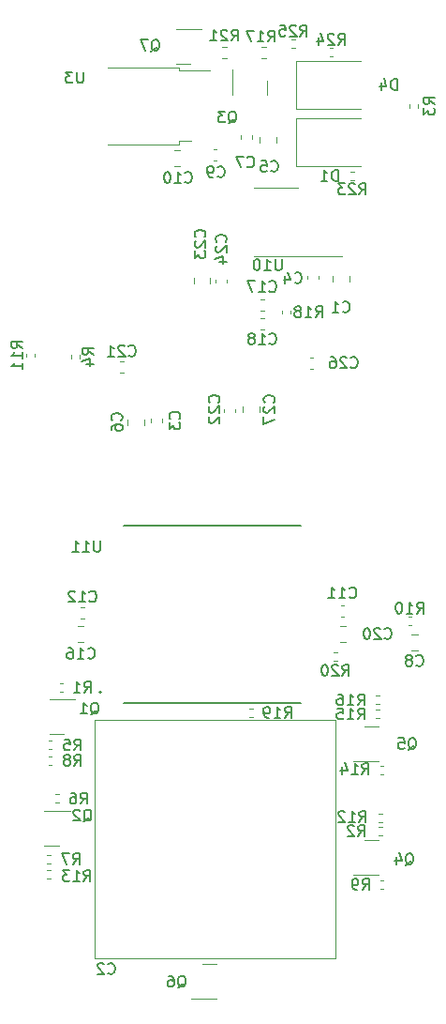
<source format=gbr>
%TF.GenerationSoftware,KiCad,Pcbnew,7.0.1*%
%TF.CreationDate,2024-01-06T20:51:44-05:00*%
%TF.ProjectId,Io-v2-Board,496f2d76-322d-4426-9f61-72642e6b6963,rev?*%
%TF.SameCoordinates,Original*%
%TF.FileFunction,Legend,Bot*%
%TF.FilePolarity,Positive*%
%FSLAX46Y46*%
G04 Gerber Fmt 4.6, Leading zero omitted, Abs format (unit mm)*
G04 Created by KiCad (PCBNEW 7.0.1) date 2024-01-06 20:51:44*
%MOMM*%
%LPD*%
G01*
G04 APERTURE LIST*
%ADD10C,0.150000*%
%ADD11C,0.120000*%
%ADD12C,0.127000*%
%ADD13C,0.200000*%
G04 APERTURE END LIST*
D10*
%TO.C,C1*%
X128309666Y-62343380D02*
X128357285Y-62391000D01*
X128357285Y-62391000D02*
X128500142Y-62438619D01*
X128500142Y-62438619D02*
X128595380Y-62438619D01*
X128595380Y-62438619D02*
X128738237Y-62391000D01*
X128738237Y-62391000D02*
X128833475Y-62295761D01*
X128833475Y-62295761D02*
X128881094Y-62200523D01*
X128881094Y-62200523D02*
X128928713Y-62010047D01*
X128928713Y-62010047D02*
X128928713Y-61867190D01*
X128928713Y-61867190D02*
X128881094Y-61676714D01*
X128881094Y-61676714D02*
X128833475Y-61581476D01*
X128833475Y-61581476D02*
X128738237Y-61486238D01*
X128738237Y-61486238D02*
X128595380Y-61438619D01*
X128595380Y-61438619D02*
X128500142Y-61438619D01*
X128500142Y-61438619D02*
X128357285Y-61486238D01*
X128357285Y-61486238D02*
X128309666Y-61533857D01*
X127357285Y-62438619D02*
X127928713Y-62438619D01*
X127642999Y-62438619D02*
X127642999Y-61438619D01*
X127642999Y-61438619D02*
X127738237Y-61581476D01*
X127738237Y-61581476D02*
X127833475Y-61676714D01*
X127833475Y-61676714D02*
X127928713Y-61724333D01*
%TO.C,U3*%
X104844904Y-40737618D02*
X104844904Y-41547141D01*
X104844904Y-41547141D02*
X104797285Y-41642379D01*
X104797285Y-41642379D02*
X104749666Y-41689999D01*
X104749666Y-41689999D02*
X104654428Y-41737618D01*
X104654428Y-41737618D02*
X104463952Y-41737618D01*
X104463952Y-41737618D02*
X104368714Y-41689999D01*
X104368714Y-41689999D02*
X104321095Y-41642379D01*
X104321095Y-41642379D02*
X104273476Y-41547141D01*
X104273476Y-41547141D02*
X104273476Y-40737618D01*
X103892523Y-40737618D02*
X103273476Y-40737618D01*
X103273476Y-40737618D02*
X103606809Y-41118570D01*
X103606809Y-41118570D02*
X103463952Y-41118570D01*
X103463952Y-41118570D02*
X103368714Y-41166189D01*
X103368714Y-41166189D02*
X103321095Y-41213808D01*
X103321095Y-41213808D02*
X103273476Y-41309046D01*
X103273476Y-41309046D02*
X103273476Y-41547141D01*
X103273476Y-41547141D02*
X103321095Y-41642379D01*
X103321095Y-41642379D02*
X103368714Y-41689999D01*
X103368714Y-41689999D02*
X103463952Y-41737618D01*
X103463952Y-41737618D02*
X103749666Y-41737618D01*
X103749666Y-41737618D02*
X103844904Y-41689999D01*
X103844904Y-41689999D02*
X103892523Y-41642379D01*
%TO.C,R25*%
X124467857Y-37519619D02*
X124801190Y-37043428D01*
X125039285Y-37519619D02*
X125039285Y-36519619D01*
X125039285Y-36519619D02*
X124658333Y-36519619D01*
X124658333Y-36519619D02*
X124563095Y-36567238D01*
X124563095Y-36567238D02*
X124515476Y-36614857D01*
X124515476Y-36614857D02*
X124467857Y-36710095D01*
X124467857Y-36710095D02*
X124467857Y-36852952D01*
X124467857Y-36852952D02*
X124515476Y-36948190D01*
X124515476Y-36948190D02*
X124563095Y-36995809D01*
X124563095Y-36995809D02*
X124658333Y-37043428D01*
X124658333Y-37043428D02*
X125039285Y-37043428D01*
X124086904Y-36614857D02*
X124039285Y-36567238D01*
X124039285Y-36567238D02*
X123944047Y-36519619D01*
X123944047Y-36519619D02*
X123705952Y-36519619D01*
X123705952Y-36519619D02*
X123610714Y-36567238D01*
X123610714Y-36567238D02*
X123563095Y-36614857D01*
X123563095Y-36614857D02*
X123515476Y-36710095D01*
X123515476Y-36710095D02*
X123515476Y-36805333D01*
X123515476Y-36805333D02*
X123563095Y-36948190D01*
X123563095Y-36948190D02*
X124134523Y-37519619D01*
X124134523Y-37519619D02*
X123515476Y-37519619D01*
X122610714Y-36519619D02*
X123086904Y-36519619D01*
X123086904Y-36519619D02*
X123134523Y-36995809D01*
X123134523Y-36995809D02*
X123086904Y-36948190D01*
X123086904Y-36948190D02*
X122991666Y-36900571D01*
X122991666Y-36900571D02*
X122753571Y-36900571D01*
X122753571Y-36900571D02*
X122658333Y-36948190D01*
X122658333Y-36948190D02*
X122610714Y-36995809D01*
X122610714Y-36995809D02*
X122563095Y-37091047D01*
X122563095Y-37091047D02*
X122563095Y-37329142D01*
X122563095Y-37329142D02*
X122610714Y-37424380D01*
X122610714Y-37424380D02*
X122658333Y-37472000D01*
X122658333Y-37472000D02*
X122753571Y-37519619D01*
X122753571Y-37519619D02*
X122991666Y-37519619D01*
X122991666Y-37519619D02*
X123086904Y-37472000D01*
X123086904Y-37472000D02*
X123134523Y-37424380D01*
%TO.C,R24*%
X127896857Y-38281619D02*
X128230190Y-37805428D01*
X128468285Y-38281619D02*
X128468285Y-37281619D01*
X128468285Y-37281619D02*
X128087333Y-37281619D01*
X128087333Y-37281619D02*
X127992095Y-37329238D01*
X127992095Y-37329238D02*
X127944476Y-37376857D01*
X127944476Y-37376857D02*
X127896857Y-37472095D01*
X127896857Y-37472095D02*
X127896857Y-37614952D01*
X127896857Y-37614952D02*
X127944476Y-37710190D01*
X127944476Y-37710190D02*
X127992095Y-37757809D01*
X127992095Y-37757809D02*
X128087333Y-37805428D01*
X128087333Y-37805428D02*
X128468285Y-37805428D01*
X127515904Y-37376857D02*
X127468285Y-37329238D01*
X127468285Y-37329238D02*
X127373047Y-37281619D01*
X127373047Y-37281619D02*
X127134952Y-37281619D01*
X127134952Y-37281619D02*
X127039714Y-37329238D01*
X127039714Y-37329238D02*
X126992095Y-37376857D01*
X126992095Y-37376857D02*
X126944476Y-37472095D01*
X126944476Y-37472095D02*
X126944476Y-37567333D01*
X126944476Y-37567333D02*
X126992095Y-37710190D01*
X126992095Y-37710190D02*
X127563523Y-38281619D01*
X127563523Y-38281619D02*
X126944476Y-38281619D01*
X126087333Y-37614952D02*
X126087333Y-38281619D01*
X126325428Y-37234000D02*
X126563523Y-37948285D01*
X126563523Y-37948285D02*
X125944476Y-37948285D01*
%TO.C,R21*%
X118244857Y-37927619D02*
X118578190Y-37451428D01*
X118816285Y-37927619D02*
X118816285Y-36927619D01*
X118816285Y-36927619D02*
X118435333Y-36927619D01*
X118435333Y-36927619D02*
X118340095Y-36975238D01*
X118340095Y-36975238D02*
X118292476Y-37022857D01*
X118292476Y-37022857D02*
X118244857Y-37118095D01*
X118244857Y-37118095D02*
X118244857Y-37260952D01*
X118244857Y-37260952D02*
X118292476Y-37356190D01*
X118292476Y-37356190D02*
X118340095Y-37403809D01*
X118340095Y-37403809D02*
X118435333Y-37451428D01*
X118435333Y-37451428D02*
X118816285Y-37451428D01*
X117863904Y-37022857D02*
X117816285Y-36975238D01*
X117816285Y-36975238D02*
X117721047Y-36927619D01*
X117721047Y-36927619D02*
X117482952Y-36927619D01*
X117482952Y-36927619D02*
X117387714Y-36975238D01*
X117387714Y-36975238D02*
X117340095Y-37022857D01*
X117340095Y-37022857D02*
X117292476Y-37118095D01*
X117292476Y-37118095D02*
X117292476Y-37213333D01*
X117292476Y-37213333D02*
X117340095Y-37356190D01*
X117340095Y-37356190D02*
X117911523Y-37927619D01*
X117911523Y-37927619D02*
X117292476Y-37927619D01*
X116340095Y-37927619D02*
X116911523Y-37927619D01*
X116625809Y-37927619D02*
X116625809Y-36927619D01*
X116625809Y-36927619D02*
X116721047Y-37070476D01*
X116721047Y-37070476D02*
X116816285Y-37165714D01*
X116816285Y-37165714D02*
X116911523Y-37213333D01*
%TO.C,D1*%
X127865094Y-50579619D02*
X127865094Y-49579619D01*
X127865094Y-49579619D02*
X127626999Y-49579619D01*
X127626999Y-49579619D02*
X127484142Y-49627238D01*
X127484142Y-49627238D02*
X127388904Y-49722476D01*
X127388904Y-49722476D02*
X127341285Y-49817714D01*
X127341285Y-49817714D02*
X127293666Y-50008190D01*
X127293666Y-50008190D02*
X127293666Y-50151047D01*
X127293666Y-50151047D02*
X127341285Y-50341523D01*
X127341285Y-50341523D02*
X127388904Y-50436761D01*
X127388904Y-50436761D02*
X127484142Y-50532000D01*
X127484142Y-50532000D02*
X127626999Y-50579619D01*
X127626999Y-50579619D02*
X127865094Y-50579619D01*
X126341285Y-50579619D02*
X126912713Y-50579619D01*
X126626999Y-50579619D02*
X126626999Y-49579619D01*
X126626999Y-49579619D02*
X126722237Y-49722476D01*
X126722237Y-49722476D02*
X126817475Y-49817714D01*
X126817475Y-49817714D02*
X126912713Y-49865333D01*
%TO.C,D4*%
X133199094Y-42372619D02*
X133199094Y-41372619D01*
X133199094Y-41372619D02*
X132960999Y-41372619D01*
X132960999Y-41372619D02*
X132818142Y-41420238D01*
X132818142Y-41420238D02*
X132722904Y-41515476D01*
X132722904Y-41515476D02*
X132675285Y-41610714D01*
X132675285Y-41610714D02*
X132627666Y-41801190D01*
X132627666Y-41801190D02*
X132627666Y-41944047D01*
X132627666Y-41944047D02*
X132675285Y-42134523D01*
X132675285Y-42134523D02*
X132722904Y-42229761D01*
X132722904Y-42229761D02*
X132818142Y-42325000D01*
X132818142Y-42325000D02*
X132960999Y-42372619D01*
X132960999Y-42372619D02*
X133199094Y-42372619D01*
X131770523Y-41705952D02*
X131770523Y-42372619D01*
X132008618Y-41325000D02*
X132246713Y-42039285D01*
X132246713Y-42039285D02*
X131627666Y-42039285D01*
%TO.C,Q6*%
X113379238Y-123366857D02*
X113474476Y-123319238D01*
X113474476Y-123319238D02*
X113569714Y-123224000D01*
X113569714Y-123224000D02*
X113712571Y-123081142D01*
X113712571Y-123081142D02*
X113807809Y-123033523D01*
X113807809Y-123033523D02*
X113903047Y-123033523D01*
X113855428Y-123271619D02*
X113950666Y-123224000D01*
X113950666Y-123224000D02*
X114045904Y-123128761D01*
X114045904Y-123128761D02*
X114093523Y-122938285D01*
X114093523Y-122938285D02*
X114093523Y-122604952D01*
X114093523Y-122604952D02*
X114045904Y-122414476D01*
X114045904Y-122414476D02*
X113950666Y-122319238D01*
X113950666Y-122319238D02*
X113855428Y-122271619D01*
X113855428Y-122271619D02*
X113664952Y-122271619D01*
X113664952Y-122271619D02*
X113569714Y-122319238D01*
X113569714Y-122319238D02*
X113474476Y-122414476D01*
X113474476Y-122414476D02*
X113426857Y-122604952D01*
X113426857Y-122604952D02*
X113426857Y-122938285D01*
X113426857Y-122938285D02*
X113474476Y-123128761D01*
X113474476Y-123128761D02*
X113569714Y-123224000D01*
X113569714Y-123224000D02*
X113664952Y-123271619D01*
X113664952Y-123271619D02*
X113855428Y-123271619D01*
X112569714Y-122271619D02*
X112760190Y-122271619D01*
X112760190Y-122271619D02*
X112855428Y-122319238D01*
X112855428Y-122319238D02*
X112903047Y-122366857D01*
X112903047Y-122366857D02*
X112998285Y-122509714D01*
X112998285Y-122509714D02*
X113045904Y-122700190D01*
X113045904Y-122700190D02*
X113045904Y-123081142D01*
X113045904Y-123081142D02*
X112998285Y-123176380D01*
X112998285Y-123176380D02*
X112950666Y-123224000D01*
X112950666Y-123224000D02*
X112855428Y-123271619D01*
X112855428Y-123271619D02*
X112664952Y-123271619D01*
X112664952Y-123271619D02*
X112569714Y-123224000D01*
X112569714Y-123224000D02*
X112522095Y-123176380D01*
X112522095Y-123176380D02*
X112474476Y-123081142D01*
X112474476Y-123081142D02*
X112474476Y-122843047D01*
X112474476Y-122843047D02*
X112522095Y-122747809D01*
X112522095Y-122747809D02*
X112569714Y-122700190D01*
X112569714Y-122700190D02*
X112664952Y-122652571D01*
X112664952Y-122652571D02*
X112855428Y-122652571D01*
X112855428Y-122652571D02*
X112950666Y-122700190D01*
X112950666Y-122700190D02*
X112998285Y-122747809D01*
X112998285Y-122747809D02*
X113045904Y-122843047D01*
%TO.C,R13*%
X104909857Y-113746619D02*
X105243190Y-113270428D01*
X105481285Y-113746619D02*
X105481285Y-112746619D01*
X105481285Y-112746619D02*
X105100333Y-112746619D01*
X105100333Y-112746619D02*
X105005095Y-112794238D01*
X105005095Y-112794238D02*
X104957476Y-112841857D01*
X104957476Y-112841857D02*
X104909857Y-112937095D01*
X104909857Y-112937095D02*
X104909857Y-113079952D01*
X104909857Y-113079952D02*
X104957476Y-113175190D01*
X104957476Y-113175190D02*
X105005095Y-113222809D01*
X105005095Y-113222809D02*
X105100333Y-113270428D01*
X105100333Y-113270428D02*
X105481285Y-113270428D01*
X103957476Y-113746619D02*
X104528904Y-113746619D01*
X104243190Y-113746619D02*
X104243190Y-112746619D01*
X104243190Y-112746619D02*
X104338428Y-112889476D01*
X104338428Y-112889476D02*
X104433666Y-112984714D01*
X104433666Y-112984714D02*
X104528904Y-113032333D01*
X103624142Y-112746619D02*
X103005095Y-112746619D01*
X103005095Y-112746619D02*
X103338428Y-113127571D01*
X103338428Y-113127571D02*
X103195571Y-113127571D01*
X103195571Y-113127571D02*
X103100333Y-113175190D01*
X103100333Y-113175190D02*
X103052714Y-113222809D01*
X103052714Y-113222809D02*
X103005095Y-113318047D01*
X103005095Y-113318047D02*
X103005095Y-113556142D01*
X103005095Y-113556142D02*
X103052714Y-113651380D01*
X103052714Y-113651380D02*
X103100333Y-113699000D01*
X103100333Y-113699000D02*
X103195571Y-113746619D01*
X103195571Y-113746619D02*
X103481285Y-113746619D01*
X103481285Y-113746619D02*
X103576523Y-113699000D01*
X103576523Y-113699000D02*
X103624142Y-113651380D01*
%TO.C,C3*%
X113524380Y-72030333D02*
X113572000Y-71982714D01*
X113572000Y-71982714D02*
X113619619Y-71839857D01*
X113619619Y-71839857D02*
X113619619Y-71744619D01*
X113619619Y-71744619D02*
X113572000Y-71601762D01*
X113572000Y-71601762D02*
X113476761Y-71506524D01*
X113476761Y-71506524D02*
X113381523Y-71458905D01*
X113381523Y-71458905D02*
X113191047Y-71411286D01*
X113191047Y-71411286D02*
X113048190Y-71411286D01*
X113048190Y-71411286D02*
X112857714Y-71458905D01*
X112857714Y-71458905D02*
X112762476Y-71506524D01*
X112762476Y-71506524D02*
X112667238Y-71601762D01*
X112667238Y-71601762D02*
X112619619Y-71744619D01*
X112619619Y-71744619D02*
X112619619Y-71839857D01*
X112619619Y-71839857D02*
X112667238Y-71982714D01*
X112667238Y-71982714D02*
X112714857Y-72030333D01*
X112619619Y-72363667D02*
X112619619Y-72982714D01*
X112619619Y-72982714D02*
X113000571Y-72649381D01*
X113000571Y-72649381D02*
X113000571Y-72792238D01*
X113000571Y-72792238D02*
X113048190Y-72887476D01*
X113048190Y-72887476D02*
X113095809Y-72935095D01*
X113095809Y-72935095D02*
X113191047Y-72982714D01*
X113191047Y-72982714D02*
X113429142Y-72982714D01*
X113429142Y-72982714D02*
X113524380Y-72935095D01*
X113524380Y-72935095D02*
X113572000Y-72887476D01*
X113572000Y-72887476D02*
X113619619Y-72792238D01*
X113619619Y-72792238D02*
X113619619Y-72506524D01*
X113619619Y-72506524D02*
X113572000Y-72411286D01*
X113572000Y-72411286D02*
X113524380Y-72363667D01*
%TO.C,C11*%
X128912857Y-88124380D02*
X128960476Y-88172000D01*
X128960476Y-88172000D02*
X129103333Y-88219619D01*
X129103333Y-88219619D02*
X129198571Y-88219619D01*
X129198571Y-88219619D02*
X129341428Y-88172000D01*
X129341428Y-88172000D02*
X129436666Y-88076761D01*
X129436666Y-88076761D02*
X129484285Y-87981523D01*
X129484285Y-87981523D02*
X129531904Y-87791047D01*
X129531904Y-87791047D02*
X129531904Y-87648190D01*
X129531904Y-87648190D02*
X129484285Y-87457714D01*
X129484285Y-87457714D02*
X129436666Y-87362476D01*
X129436666Y-87362476D02*
X129341428Y-87267238D01*
X129341428Y-87267238D02*
X129198571Y-87219619D01*
X129198571Y-87219619D02*
X129103333Y-87219619D01*
X129103333Y-87219619D02*
X128960476Y-87267238D01*
X128960476Y-87267238D02*
X128912857Y-87314857D01*
X127960476Y-88219619D02*
X128531904Y-88219619D01*
X128246190Y-88219619D02*
X128246190Y-87219619D01*
X128246190Y-87219619D02*
X128341428Y-87362476D01*
X128341428Y-87362476D02*
X128436666Y-87457714D01*
X128436666Y-87457714D02*
X128531904Y-87505333D01*
X127008095Y-88219619D02*
X127579523Y-88219619D01*
X127293809Y-88219619D02*
X127293809Y-87219619D01*
X127293809Y-87219619D02*
X127389047Y-87362476D01*
X127389047Y-87362476D02*
X127484285Y-87457714D01*
X127484285Y-87457714D02*
X127579523Y-87505333D01*
%TO.C,C21*%
X108973857Y-66308380D02*
X109021476Y-66356000D01*
X109021476Y-66356000D02*
X109164333Y-66403619D01*
X109164333Y-66403619D02*
X109259571Y-66403619D01*
X109259571Y-66403619D02*
X109402428Y-66356000D01*
X109402428Y-66356000D02*
X109497666Y-66260761D01*
X109497666Y-66260761D02*
X109545285Y-66165523D01*
X109545285Y-66165523D02*
X109592904Y-65975047D01*
X109592904Y-65975047D02*
X109592904Y-65832190D01*
X109592904Y-65832190D02*
X109545285Y-65641714D01*
X109545285Y-65641714D02*
X109497666Y-65546476D01*
X109497666Y-65546476D02*
X109402428Y-65451238D01*
X109402428Y-65451238D02*
X109259571Y-65403619D01*
X109259571Y-65403619D02*
X109164333Y-65403619D01*
X109164333Y-65403619D02*
X109021476Y-65451238D01*
X109021476Y-65451238D02*
X108973857Y-65498857D01*
X108592904Y-65498857D02*
X108545285Y-65451238D01*
X108545285Y-65451238D02*
X108450047Y-65403619D01*
X108450047Y-65403619D02*
X108211952Y-65403619D01*
X108211952Y-65403619D02*
X108116714Y-65451238D01*
X108116714Y-65451238D02*
X108069095Y-65498857D01*
X108069095Y-65498857D02*
X108021476Y-65594095D01*
X108021476Y-65594095D02*
X108021476Y-65689333D01*
X108021476Y-65689333D02*
X108069095Y-65832190D01*
X108069095Y-65832190D02*
X108640523Y-66403619D01*
X108640523Y-66403619D02*
X108021476Y-66403619D01*
X107069095Y-66403619D02*
X107640523Y-66403619D01*
X107354809Y-66403619D02*
X107354809Y-65403619D01*
X107354809Y-65403619D02*
X107450047Y-65546476D01*
X107450047Y-65546476D02*
X107545285Y-65641714D01*
X107545285Y-65641714D02*
X107640523Y-65689333D01*
%TO.C,R16*%
X129674857Y-97871619D02*
X130008190Y-97395428D01*
X130246285Y-97871619D02*
X130246285Y-96871619D01*
X130246285Y-96871619D02*
X129865333Y-96871619D01*
X129865333Y-96871619D02*
X129770095Y-96919238D01*
X129770095Y-96919238D02*
X129722476Y-96966857D01*
X129722476Y-96966857D02*
X129674857Y-97062095D01*
X129674857Y-97062095D02*
X129674857Y-97204952D01*
X129674857Y-97204952D02*
X129722476Y-97300190D01*
X129722476Y-97300190D02*
X129770095Y-97347809D01*
X129770095Y-97347809D02*
X129865333Y-97395428D01*
X129865333Y-97395428D02*
X130246285Y-97395428D01*
X128722476Y-97871619D02*
X129293904Y-97871619D01*
X129008190Y-97871619D02*
X129008190Y-96871619D01*
X129008190Y-96871619D02*
X129103428Y-97014476D01*
X129103428Y-97014476D02*
X129198666Y-97109714D01*
X129198666Y-97109714D02*
X129293904Y-97157333D01*
X127865333Y-96871619D02*
X128055809Y-96871619D01*
X128055809Y-96871619D02*
X128151047Y-96919238D01*
X128151047Y-96919238D02*
X128198666Y-96966857D01*
X128198666Y-96966857D02*
X128293904Y-97109714D01*
X128293904Y-97109714D02*
X128341523Y-97300190D01*
X128341523Y-97300190D02*
X128341523Y-97681142D01*
X128341523Y-97681142D02*
X128293904Y-97776380D01*
X128293904Y-97776380D02*
X128246285Y-97824000D01*
X128246285Y-97824000D02*
X128151047Y-97871619D01*
X128151047Y-97871619D02*
X127960571Y-97871619D01*
X127960571Y-97871619D02*
X127865333Y-97824000D01*
X127865333Y-97824000D02*
X127817714Y-97776380D01*
X127817714Y-97776380D02*
X127770095Y-97681142D01*
X127770095Y-97681142D02*
X127770095Y-97443047D01*
X127770095Y-97443047D02*
X127817714Y-97347809D01*
X127817714Y-97347809D02*
X127865333Y-97300190D01*
X127865333Y-97300190D02*
X127960571Y-97252571D01*
X127960571Y-97252571D02*
X128151047Y-97252571D01*
X128151047Y-97252571D02*
X128246285Y-97300190D01*
X128246285Y-97300190D02*
X128293904Y-97347809D01*
X128293904Y-97347809D02*
X128341523Y-97443047D01*
%TO.C,C7*%
X119673666Y-49262380D02*
X119721285Y-49310000D01*
X119721285Y-49310000D02*
X119864142Y-49357619D01*
X119864142Y-49357619D02*
X119959380Y-49357619D01*
X119959380Y-49357619D02*
X120102237Y-49310000D01*
X120102237Y-49310000D02*
X120197475Y-49214761D01*
X120197475Y-49214761D02*
X120245094Y-49119523D01*
X120245094Y-49119523D02*
X120292713Y-48929047D01*
X120292713Y-48929047D02*
X120292713Y-48786190D01*
X120292713Y-48786190D02*
X120245094Y-48595714D01*
X120245094Y-48595714D02*
X120197475Y-48500476D01*
X120197475Y-48500476D02*
X120102237Y-48405238D01*
X120102237Y-48405238D02*
X119959380Y-48357619D01*
X119959380Y-48357619D02*
X119864142Y-48357619D01*
X119864142Y-48357619D02*
X119721285Y-48405238D01*
X119721285Y-48405238D02*
X119673666Y-48452857D01*
X119340332Y-48357619D02*
X118673666Y-48357619D01*
X118673666Y-48357619D02*
X119102237Y-49357619D01*
%TO.C,R1*%
X104941666Y-96728619D02*
X105274999Y-96252428D01*
X105513094Y-96728619D02*
X105513094Y-95728619D01*
X105513094Y-95728619D02*
X105132142Y-95728619D01*
X105132142Y-95728619D02*
X105036904Y-95776238D01*
X105036904Y-95776238D02*
X104989285Y-95823857D01*
X104989285Y-95823857D02*
X104941666Y-95919095D01*
X104941666Y-95919095D02*
X104941666Y-96061952D01*
X104941666Y-96061952D02*
X104989285Y-96157190D01*
X104989285Y-96157190D02*
X105036904Y-96204809D01*
X105036904Y-96204809D02*
X105132142Y-96252428D01*
X105132142Y-96252428D02*
X105513094Y-96252428D01*
X103989285Y-96728619D02*
X104560713Y-96728619D01*
X104274999Y-96728619D02*
X104274999Y-95728619D01*
X104274999Y-95728619D02*
X104370237Y-95871476D01*
X104370237Y-95871476D02*
X104465475Y-95966714D01*
X104465475Y-95966714D02*
X104560713Y-96014333D01*
%TO.C,R9*%
X130087666Y-114508619D02*
X130420999Y-114032428D01*
X130659094Y-114508619D02*
X130659094Y-113508619D01*
X130659094Y-113508619D02*
X130278142Y-113508619D01*
X130278142Y-113508619D02*
X130182904Y-113556238D01*
X130182904Y-113556238D02*
X130135285Y-113603857D01*
X130135285Y-113603857D02*
X130087666Y-113699095D01*
X130087666Y-113699095D02*
X130087666Y-113841952D01*
X130087666Y-113841952D02*
X130135285Y-113937190D01*
X130135285Y-113937190D02*
X130182904Y-113984809D01*
X130182904Y-113984809D02*
X130278142Y-114032428D01*
X130278142Y-114032428D02*
X130659094Y-114032428D01*
X129611475Y-114508619D02*
X129420999Y-114508619D01*
X129420999Y-114508619D02*
X129325761Y-114461000D01*
X129325761Y-114461000D02*
X129278142Y-114413380D01*
X129278142Y-114413380D02*
X129182904Y-114270523D01*
X129182904Y-114270523D02*
X129135285Y-114080047D01*
X129135285Y-114080047D02*
X129135285Y-113699095D01*
X129135285Y-113699095D02*
X129182904Y-113603857D01*
X129182904Y-113603857D02*
X129230523Y-113556238D01*
X129230523Y-113556238D02*
X129325761Y-113508619D01*
X129325761Y-113508619D02*
X129516237Y-113508619D01*
X129516237Y-113508619D02*
X129611475Y-113556238D01*
X129611475Y-113556238D02*
X129659094Y-113603857D01*
X129659094Y-113603857D02*
X129706713Y-113699095D01*
X129706713Y-113699095D02*
X129706713Y-113937190D01*
X129706713Y-113937190D02*
X129659094Y-114032428D01*
X129659094Y-114032428D02*
X129611475Y-114080047D01*
X129611475Y-114080047D02*
X129516237Y-114127666D01*
X129516237Y-114127666D02*
X129325761Y-114127666D01*
X129325761Y-114127666D02*
X129230523Y-114080047D01*
X129230523Y-114080047D02*
X129182904Y-114032428D01*
X129182904Y-114032428D02*
X129135285Y-113937190D01*
%TO.C,R8*%
X104052666Y-103332619D02*
X104385999Y-102856428D01*
X104624094Y-103332619D02*
X104624094Y-102332619D01*
X104624094Y-102332619D02*
X104243142Y-102332619D01*
X104243142Y-102332619D02*
X104147904Y-102380238D01*
X104147904Y-102380238D02*
X104100285Y-102427857D01*
X104100285Y-102427857D02*
X104052666Y-102523095D01*
X104052666Y-102523095D02*
X104052666Y-102665952D01*
X104052666Y-102665952D02*
X104100285Y-102761190D01*
X104100285Y-102761190D02*
X104147904Y-102808809D01*
X104147904Y-102808809D02*
X104243142Y-102856428D01*
X104243142Y-102856428D02*
X104624094Y-102856428D01*
X103481237Y-102761190D02*
X103576475Y-102713571D01*
X103576475Y-102713571D02*
X103624094Y-102665952D01*
X103624094Y-102665952D02*
X103671713Y-102570714D01*
X103671713Y-102570714D02*
X103671713Y-102523095D01*
X103671713Y-102523095D02*
X103624094Y-102427857D01*
X103624094Y-102427857D02*
X103576475Y-102380238D01*
X103576475Y-102380238D02*
X103481237Y-102332619D01*
X103481237Y-102332619D02*
X103290761Y-102332619D01*
X103290761Y-102332619D02*
X103195523Y-102380238D01*
X103195523Y-102380238D02*
X103147904Y-102427857D01*
X103147904Y-102427857D02*
X103100285Y-102523095D01*
X103100285Y-102523095D02*
X103100285Y-102570714D01*
X103100285Y-102570714D02*
X103147904Y-102665952D01*
X103147904Y-102665952D02*
X103195523Y-102713571D01*
X103195523Y-102713571D02*
X103290761Y-102761190D01*
X103290761Y-102761190D02*
X103481237Y-102761190D01*
X103481237Y-102761190D02*
X103576475Y-102808809D01*
X103576475Y-102808809D02*
X103624094Y-102856428D01*
X103624094Y-102856428D02*
X103671713Y-102951666D01*
X103671713Y-102951666D02*
X103671713Y-103142142D01*
X103671713Y-103142142D02*
X103624094Y-103237380D01*
X103624094Y-103237380D02*
X103576475Y-103285000D01*
X103576475Y-103285000D02*
X103481237Y-103332619D01*
X103481237Y-103332619D02*
X103290761Y-103332619D01*
X103290761Y-103332619D02*
X103195523Y-103285000D01*
X103195523Y-103285000D02*
X103147904Y-103237380D01*
X103147904Y-103237380D02*
X103100285Y-103142142D01*
X103100285Y-103142142D02*
X103100285Y-102951666D01*
X103100285Y-102951666D02*
X103147904Y-102856428D01*
X103147904Y-102856428D02*
X103195523Y-102808809D01*
X103195523Y-102808809D02*
X103290761Y-102761190D01*
%TO.C,R11*%
X99368619Y-65651142D02*
X98892428Y-65317809D01*
X99368619Y-65079714D02*
X98368619Y-65079714D01*
X98368619Y-65079714D02*
X98368619Y-65460666D01*
X98368619Y-65460666D02*
X98416238Y-65555904D01*
X98416238Y-65555904D02*
X98463857Y-65603523D01*
X98463857Y-65603523D02*
X98559095Y-65651142D01*
X98559095Y-65651142D02*
X98701952Y-65651142D01*
X98701952Y-65651142D02*
X98797190Y-65603523D01*
X98797190Y-65603523D02*
X98844809Y-65555904D01*
X98844809Y-65555904D02*
X98892428Y-65460666D01*
X98892428Y-65460666D02*
X98892428Y-65079714D01*
X99368619Y-66603523D02*
X99368619Y-66032095D01*
X99368619Y-66317809D02*
X98368619Y-66317809D01*
X98368619Y-66317809D02*
X98511476Y-66222571D01*
X98511476Y-66222571D02*
X98606714Y-66127333D01*
X98606714Y-66127333D02*
X98654333Y-66032095D01*
X99368619Y-67555904D02*
X99368619Y-66984476D01*
X99368619Y-67270190D02*
X98368619Y-67270190D01*
X98368619Y-67270190D02*
X98511476Y-67174952D01*
X98511476Y-67174952D02*
X98606714Y-67079714D01*
X98606714Y-67079714D02*
X98654333Y-66984476D01*
%TO.C,C10*%
X114053857Y-50659380D02*
X114101476Y-50707000D01*
X114101476Y-50707000D02*
X114244333Y-50754619D01*
X114244333Y-50754619D02*
X114339571Y-50754619D01*
X114339571Y-50754619D02*
X114482428Y-50707000D01*
X114482428Y-50707000D02*
X114577666Y-50611761D01*
X114577666Y-50611761D02*
X114625285Y-50516523D01*
X114625285Y-50516523D02*
X114672904Y-50326047D01*
X114672904Y-50326047D02*
X114672904Y-50183190D01*
X114672904Y-50183190D02*
X114625285Y-49992714D01*
X114625285Y-49992714D02*
X114577666Y-49897476D01*
X114577666Y-49897476D02*
X114482428Y-49802238D01*
X114482428Y-49802238D02*
X114339571Y-49754619D01*
X114339571Y-49754619D02*
X114244333Y-49754619D01*
X114244333Y-49754619D02*
X114101476Y-49802238D01*
X114101476Y-49802238D02*
X114053857Y-49849857D01*
X113101476Y-50754619D02*
X113672904Y-50754619D01*
X113387190Y-50754619D02*
X113387190Y-49754619D01*
X113387190Y-49754619D02*
X113482428Y-49897476D01*
X113482428Y-49897476D02*
X113577666Y-49992714D01*
X113577666Y-49992714D02*
X113672904Y-50040333D01*
X112482428Y-49754619D02*
X112387190Y-49754619D01*
X112387190Y-49754619D02*
X112291952Y-49802238D01*
X112291952Y-49802238D02*
X112244333Y-49849857D01*
X112244333Y-49849857D02*
X112196714Y-49945095D01*
X112196714Y-49945095D02*
X112149095Y-50135571D01*
X112149095Y-50135571D02*
X112149095Y-50373666D01*
X112149095Y-50373666D02*
X112196714Y-50564142D01*
X112196714Y-50564142D02*
X112244333Y-50659380D01*
X112244333Y-50659380D02*
X112291952Y-50707000D01*
X112291952Y-50707000D02*
X112387190Y-50754619D01*
X112387190Y-50754619D02*
X112482428Y-50754619D01*
X112482428Y-50754619D02*
X112577666Y-50707000D01*
X112577666Y-50707000D02*
X112625285Y-50659380D01*
X112625285Y-50659380D02*
X112672904Y-50564142D01*
X112672904Y-50564142D02*
X112720523Y-50373666D01*
X112720523Y-50373666D02*
X112720523Y-50135571D01*
X112720523Y-50135571D02*
X112672904Y-49945095D01*
X112672904Y-49945095D02*
X112625285Y-49849857D01*
X112625285Y-49849857D02*
X112577666Y-49802238D01*
X112577666Y-49802238D02*
X112482428Y-49754619D01*
%TO.C,C26*%
X129026857Y-67357380D02*
X129074476Y-67405000D01*
X129074476Y-67405000D02*
X129217333Y-67452619D01*
X129217333Y-67452619D02*
X129312571Y-67452619D01*
X129312571Y-67452619D02*
X129455428Y-67405000D01*
X129455428Y-67405000D02*
X129550666Y-67309761D01*
X129550666Y-67309761D02*
X129598285Y-67214523D01*
X129598285Y-67214523D02*
X129645904Y-67024047D01*
X129645904Y-67024047D02*
X129645904Y-66881190D01*
X129645904Y-66881190D02*
X129598285Y-66690714D01*
X129598285Y-66690714D02*
X129550666Y-66595476D01*
X129550666Y-66595476D02*
X129455428Y-66500238D01*
X129455428Y-66500238D02*
X129312571Y-66452619D01*
X129312571Y-66452619D02*
X129217333Y-66452619D01*
X129217333Y-66452619D02*
X129074476Y-66500238D01*
X129074476Y-66500238D02*
X129026857Y-66547857D01*
X128645904Y-66547857D02*
X128598285Y-66500238D01*
X128598285Y-66500238D02*
X128503047Y-66452619D01*
X128503047Y-66452619D02*
X128264952Y-66452619D01*
X128264952Y-66452619D02*
X128169714Y-66500238D01*
X128169714Y-66500238D02*
X128122095Y-66547857D01*
X128122095Y-66547857D02*
X128074476Y-66643095D01*
X128074476Y-66643095D02*
X128074476Y-66738333D01*
X128074476Y-66738333D02*
X128122095Y-66881190D01*
X128122095Y-66881190D02*
X128693523Y-67452619D01*
X128693523Y-67452619D02*
X128074476Y-67452619D01*
X127217333Y-66452619D02*
X127407809Y-66452619D01*
X127407809Y-66452619D02*
X127503047Y-66500238D01*
X127503047Y-66500238D02*
X127550666Y-66547857D01*
X127550666Y-66547857D02*
X127645904Y-66690714D01*
X127645904Y-66690714D02*
X127693523Y-66881190D01*
X127693523Y-66881190D02*
X127693523Y-67262142D01*
X127693523Y-67262142D02*
X127645904Y-67357380D01*
X127645904Y-67357380D02*
X127598285Y-67405000D01*
X127598285Y-67405000D02*
X127503047Y-67452619D01*
X127503047Y-67452619D02*
X127312571Y-67452619D01*
X127312571Y-67452619D02*
X127217333Y-67405000D01*
X127217333Y-67405000D02*
X127169714Y-67357380D01*
X127169714Y-67357380D02*
X127122095Y-67262142D01*
X127122095Y-67262142D02*
X127122095Y-67024047D01*
X127122095Y-67024047D02*
X127169714Y-66928809D01*
X127169714Y-66928809D02*
X127217333Y-66881190D01*
X127217333Y-66881190D02*
X127312571Y-66833571D01*
X127312571Y-66833571D02*
X127503047Y-66833571D01*
X127503047Y-66833571D02*
X127598285Y-66881190D01*
X127598285Y-66881190D02*
X127645904Y-66928809D01*
X127645904Y-66928809D02*
X127693523Y-67024047D01*
%TO.C,R23*%
X129801857Y-51797619D02*
X130135190Y-51321428D01*
X130373285Y-51797619D02*
X130373285Y-50797619D01*
X130373285Y-50797619D02*
X129992333Y-50797619D01*
X129992333Y-50797619D02*
X129897095Y-50845238D01*
X129897095Y-50845238D02*
X129849476Y-50892857D01*
X129849476Y-50892857D02*
X129801857Y-50988095D01*
X129801857Y-50988095D02*
X129801857Y-51130952D01*
X129801857Y-51130952D02*
X129849476Y-51226190D01*
X129849476Y-51226190D02*
X129897095Y-51273809D01*
X129897095Y-51273809D02*
X129992333Y-51321428D01*
X129992333Y-51321428D02*
X130373285Y-51321428D01*
X129420904Y-50892857D02*
X129373285Y-50845238D01*
X129373285Y-50845238D02*
X129278047Y-50797619D01*
X129278047Y-50797619D02*
X129039952Y-50797619D01*
X129039952Y-50797619D02*
X128944714Y-50845238D01*
X128944714Y-50845238D02*
X128897095Y-50892857D01*
X128897095Y-50892857D02*
X128849476Y-50988095D01*
X128849476Y-50988095D02*
X128849476Y-51083333D01*
X128849476Y-51083333D02*
X128897095Y-51226190D01*
X128897095Y-51226190D02*
X129468523Y-51797619D01*
X129468523Y-51797619D02*
X128849476Y-51797619D01*
X128516142Y-50797619D02*
X127897095Y-50797619D01*
X127897095Y-50797619D02*
X128230428Y-51178571D01*
X128230428Y-51178571D02*
X128087571Y-51178571D01*
X128087571Y-51178571D02*
X127992333Y-51226190D01*
X127992333Y-51226190D02*
X127944714Y-51273809D01*
X127944714Y-51273809D02*
X127897095Y-51369047D01*
X127897095Y-51369047D02*
X127897095Y-51607142D01*
X127897095Y-51607142D02*
X127944714Y-51702380D01*
X127944714Y-51702380D02*
X127992333Y-51750000D01*
X127992333Y-51750000D02*
X128087571Y-51797619D01*
X128087571Y-51797619D02*
X128373285Y-51797619D01*
X128373285Y-51797619D02*
X128468523Y-51750000D01*
X128468523Y-51750000D02*
X128516142Y-51702380D01*
%TO.C,Q3*%
X117951238Y-45388857D02*
X118046476Y-45341238D01*
X118046476Y-45341238D02*
X118141714Y-45246000D01*
X118141714Y-45246000D02*
X118284571Y-45103142D01*
X118284571Y-45103142D02*
X118379809Y-45055523D01*
X118379809Y-45055523D02*
X118475047Y-45055523D01*
X118427428Y-45293619D02*
X118522666Y-45246000D01*
X118522666Y-45246000D02*
X118617904Y-45150761D01*
X118617904Y-45150761D02*
X118665523Y-44960285D01*
X118665523Y-44960285D02*
X118665523Y-44626952D01*
X118665523Y-44626952D02*
X118617904Y-44436476D01*
X118617904Y-44436476D02*
X118522666Y-44341238D01*
X118522666Y-44341238D02*
X118427428Y-44293619D01*
X118427428Y-44293619D02*
X118236952Y-44293619D01*
X118236952Y-44293619D02*
X118141714Y-44341238D01*
X118141714Y-44341238D02*
X118046476Y-44436476D01*
X118046476Y-44436476D02*
X117998857Y-44626952D01*
X117998857Y-44626952D02*
X117998857Y-44960285D01*
X117998857Y-44960285D02*
X118046476Y-45150761D01*
X118046476Y-45150761D02*
X118141714Y-45246000D01*
X118141714Y-45246000D02*
X118236952Y-45293619D01*
X118236952Y-45293619D02*
X118427428Y-45293619D01*
X117665523Y-44293619D02*
X117046476Y-44293619D01*
X117046476Y-44293619D02*
X117379809Y-44674571D01*
X117379809Y-44674571D02*
X117236952Y-44674571D01*
X117236952Y-44674571D02*
X117141714Y-44722190D01*
X117141714Y-44722190D02*
X117094095Y-44769809D01*
X117094095Y-44769809D02*
X117046476Y-44865047D01*
X117046476Y-44865047D02*
X117046476Y-45103142D01*
X117046476Y-45103142D02*
X117094095Y-45198380D01*
X117094095Y-45198380D02*
X117141714Y-45246000D01*
X117141714Y-45246000D02*
X117236952Y-45293619D01*
X117236952Y-45293619D02*
X117522666Y-45293619D01*
X117522666Y-45293619D02*
X117617904Y-45246000D01*
X117617904Y-45246000D02*
X117665523Y-45198380D01*
%TO.C,C22*%
X117080380Y-70538142D02*
X117128000Y-70490523D01*
X117128000Y-70490523D02*
X117175619Y-70347666D01*
X117175619Y-70347666D02*
X117175619Y-70252428D01*
X117175619Y-70252428D02*
X117128000Y-70109571D01*
X117128000Y-70109571D02*
X117032761Y-70014333D01*
X117032761Y-70014333D02*
X116937523Y-69966714D01*
X116937523Y-69966714D02*
X116747047Y-69919095D01*
X116747047Y-69919095D02*
X116604190Y-69919095D01*
X116604190Y-69919095D02*
X116413714Y-69966714D01*
X116413714Y-69966714D02*
X116318476Y-70014333D01*
X116318476Y-70014333D02*
X116223238Y-70109571D01*
X116223238Y-70109571D02*
X116175619Y-70252428D01*
X116175619Y-70252428D02*
X116175619Y-70347666D01*
X116175619Y-70347666D02*
X116223238Y-70490523D01*
X116223238Y-70490523D02*
X116270857Y-70538142D01*
X116270857Y-70919095D02*
X116223238Y-70966714D01*
X116223238Y-70966714D02*
X116175619Y-71061952D01*
X116175619Y-71061952D02*
X116175619Y-71300047D01*
X116175619Y-71300047D02*
X116223238Y-71395285D01*
X116223238Y-71395285D02*
X116270857Y-71442904D01*
X116270857Y-71442904D02*
X116366095Y-71490523D01*
X116366095Y-71490523D02*
X116461333Y-71490523D01*
X116461333Y-71490523D02*
X116604190Y-71442904D01*
X116604190Y-71442904D02*
X117175619Y-70871476D01*
X117175619Y-70871476D02*
X117175619Y-71490523D01*
X116270857Y-71871476D02*
X116223238Y-71919095D01*
X116223238Y-71919095D02*
X116175619Y-72014333D01*
X116175619Y-72014333D02*
X116175619Y-72252428D01*
X116175619Y-72252428D02*
X116223238Y-72347666D01*
X116223238Y-72347666D02*
X116270857Y-72395285D01*
X116270857Y-72395285D02*
X116366095Y-72442904D01*
X116366095Y-72442904D02*
X116461333Y-72442904D01*
X116461333Y-72442904D02*
X116604190Y-72395285D01*
X116604190Y-72395285D02*
X117175619Y-71823857D01*
X117175619Y-71823857D02*
X117175619Y-72442904D01*
%TO.C,C12*%
X105417857Y-88472380D02*
X105465476Y-88520000D01*
X105465476Y-88520000D02*
X105608333Y-88567619D01*
X105608333Y-88567619D02*
X105703571Y-88567619D01*
X105703571Y-88567619D02*
X105846428Y-88520000D01*
X105846428Y-88520000D02*
X105941666Y-88424761D01*
X105941666Y-88424761D02*
X105989285Y-88329523D01*
X105989285Y-88329523D02*
X106036904Y-88139047D01*
X106036904Y-88139047D02*
X106036904Y-87996190D01*
X106036904Y-87996190D02*
X105989285Y-87805714D01*
X105989285Y-87805714D02*
X105941666Y-87710476D01*
X105941666Y-87710476D02*
X105846428Y-87615238D01*
X105846428Y-87615238D02*
X105703571Y-87567619D01*
X105703571Y-87567619D02*
X105608333Y-87567619D01*
X105608333Y-87567619D02*
X105465476Y-87615238D01*
X105465476Y-87615238D02*
X105417857Y-87662857D01*
X104465476Y-88567619D02*
X105036904Y-88567619D01*
X104751190Y-88567619D02*
X104751190Y-87567619D01*
X104751190Y-87567619D02*
X104846428Y-87710476D01*
X104846428Y-87710476D02*
X104941666Y-87805714D01*
X104941666Y-87805714D02*
X105036904Y-87853333D01*
X104084523Y-87662857D02*
X104036904Y-87615238D01*
X104036904Y-87615238D02*
X103941666Y-87567619D01*
X103941666Y-87567619D02*
X103703571Y-87567619D01*
X103703571Y-87567619D02*
X103608333Y-87615238D01*
X103608333Y-87615238D02*
X103560714Y-87662857D01*
X103560714Y-87662857D02*
X103513095Y-87758095D01*
X103513095Y-87758095D02*
X103513095Y-87853333D01*
X103513095Y-87853333D02*
X103560714Y-87996190D01*
X103560714Y-87996190D02*
X104132142Y-88567619D01*
X104132142Y-88567619D02*
X103513095Y-88567619D01*
%TO.C,U10*%
X122777094Y-57628619D02*
X122777094Y-58438142D01*
X122777094Y-58438142D02*
X122729475Y-58533380D01*
X122729475Y-58533380D02*
X122681856Y-58581000D01*
X122681856Y-58581000D02*
X122586618Y-58628619D01*
X122586618Y-58628619D02*
X122396142Y-58628619D01*
X122396142Y-58628619D02*
X122300904Y-58581000D01*
X122300904Y-58581000D02*
X122253285Y-58533380D01*
X122253285Y-58533380D02*
X122205666Y-58438142D01*
X122205666Y-58438142D02*
X122205666Y-57628619D01*
X121205666Y-58628619D02*
X121777094Y-58628619D01*
X121491380Y-58628619D02*
X121491380Y-57628619D01*
X121491380Y-57628619D02*
X121586618Y-57771476D01*
X121586618Y-57771476D02*
X121681856Y-57866714D01*
X121681856Y-57866714D02*
X121777094Y-57914333D01*
X120586618Y-57628619D02*
X120491380Y-57628619D01*
X120491380Y-57628619D02*
X120396142Y-57676238D01*
X120396142Y-57676238D02*
X120348523Y-57723857D01*
X120348523Y-57723857D02*
X120300904Y-57819095D01*
X120300904Y-57819095D02*
X120253285Y-58009571D01*
X120253285Y-58009571D02*
X120253285Y-58247666D01*
X120253285Y-58247666D02*
X120300904Y-58438142D01*
X120300904Y-58438142D02*
X120348523Y-58533380D01*
X120348523Y-58533380D02*
X120396142Y-58581000D01*
X120396142Y-58581000D02*
X120491380Y-58628619D01*
X120491380Y-58628619D02*
X120586618Y-58628619D01*
X120586618Y-58628619D02*
X120681856Y-58581000D01*
X120681856Y-58581000D02*
X120729475Y-58533380D01*
X120729475Y-58533380D02*
X120777094Y-58438142D01*
X120777094Y-58438142D02*
X120824713Y-58247666D01*
X120824713Y-58247666D02*
X120824713Y-58009571D01*
X120824713Y-58009571D02*
X120777094Y-57819095D01*
X120777094Y-57819095D02*
X120729475Y-57723857D01*
X120729475Y-57723857D02*
X120681856Y-57676238D01*
X120681856Y-57676238D02*
X120586618Y-57628619D01*
%TO.C,C17*%
X121673857Y-60499380D02*
X121721476Y-60547000D01*
X121721476Y-60547000D02*
X121864333Y-60594619D01*
X121864333Y-60594619D02*
X121959571Y-60594619D01*
X121959571Y-60594619D02*
X122102428Y-60547000D01*
X122102428Y-60547000D02*
X122197666Y-60451761D01*
X122197666Y-60451761D02*
X122245285Y-60356523D01*
X122245285Y-60356523D02*
X122292904Y-60166047D01*
X122292904Y-60166047D02*
X122292904Y-60023190D01*
X122292904Y-60023190D02*
X122245285Y-59832714D01*
X122245285Y-59832714D02*
X122197666Y-59737476D01*
X122197666Y-59737476D02*
X122102428Y-59642238D01*
X122102428Y-59642238D02*
X121959571Y-59594619D01*
X121959571Y-59594619D02*
X121864333Y-59594619D01*
X121864333Y-59594619D02*
X121721476Y-59642238D01*
X121721476Y-59642238D02*
X121673857Y-59689857D01*
X120721476Y-60594619D02*
X121292904Y-60594619D01*
X121007190Y-60594619D02*
X121007190Y-59594619D01*
X121007190Y-59594619D02*
X121102428Y-59737476D01*
X121102428Y-59737476D02*
X121197666Y-59832714D01*
X121197666Y-59832714D02*
X121292904Y-59880333D01*
X120388142Y-59594619D02*
X119721476Y-59594619D01*
X119721476Y-59594619D02*
X120150047Y-60594619D01*
%TO.C,R18*%
X125864857Y-62880619D02*
X126198190Y-62404428D01*
X126436285Y-62880619D02*
X126436285Y-61880619D01*
X126436285Y-61880619D02*
X126055333Y-61880619D01*
X126055333Y-61880619D02*
X125960095Y-61928238D01*
X125960095Y-61928238D02*
X125912476Y-61975857D01*
X125912476Y-61975857D02*
X125864857Y-62071095D01*
X125864857Y-62071095D02*
X125864857Y-62213952D01*
X125864857Y-62213952D02*
X125912476Y-62309190D01*
X125912476Y-62309190D02*
X125960095Y-62356809D01*
X125960095Y-62356809D02*
X126055333Y-62404428D01*
X126055333Y-62404428D02*
X126436285Y-62404428D01*
X124912476Y-62880619D02*
X125483904Y-62880619D01*
X125198190Y-62880619D02*
X125198190Y-61880619D01*
X125198190Y-61880619D02*
X125293428Y-62023476D01*
X125293428Y-62023476D02*
X125388666Y-62118714D01*
X125388666Y-62118714D02*
X125483904Y-62166333D01*
X124341047Y-62309190D02*
X124436285Y-62261571D01*
X124436285Y-62261571D02*
X124483904Y-62213952D01*
X124483904Y-62213952D02*
X124531523Y-62118714D01*
X124531523Y-62118714D02*
X124531523Y-62071095D01*
X124531523Y-62071095D02*
X124483904Y-61975857D01*
X124483904Y-61975857D02*
X124436285Y-61928238D01*
X124436285Y-61928238D02*
X124341047Y-61880619D01*
X124341047Y-61880619D02*
X124150571Y-61880619D01*
X124150571Y-61880619D02*
X124055333Y-61928238D01*
X124055333Y-61928238D02*
X124007714Y-61975857D01*
X124007714Y-61975857D02*
X123960095Y-62071095D01*
X123960095Y-62071095D02*
X123960095Y-62118714D01*
X123960095Y-62118714D02*
X124007714Y-62213952D01*
X124007714Y-62213952D02*
X124055333Y-62261571D01*
X124055333Y-62261571D02*
X124150571Y-62309190D01*
X124150571Y-62309190D02*
X124341047Y-62309190D01*
X124341047Y-62309190D02*
X124436285Y-62356809D01*
X124436285Y-62356809D02*
X124483904Y-62404428D01*
X124483904Y-62404428D02*
X124531523Y-62499666D01*
X124531523Y-62499666D02*
X124531523Y-62690142D01*
X124531523Y-62690142D02*
X124483904Y-62785380D01*
X124483904Y-62785380D02*
X124436285Y-62833000D01*
X124436285Y-62833000D02*
X124341047Y-62880619D01*
X124341047Y-62880619D02*
X124150571Y-62880619D01*
X124150571Y-62880619D02*
X124055333Y-62833000D01*
X124055333Y-62833000D02*
X124007714Y-62785380D01*
X124007714Y-62785380D02*
X123960095Y-62690142D01*
X123960095Y-62690142D02*
X123960095Y-62499666D01*
X123960095Y-62499666D02*
X124007714Y-62404428D01*
X124007714Y-62404428D02*
X124055333Y-62356809D01*
X124055333Y-62356809D02*
X124150571Y-62309190D01*
%TO.C,R12*%
X129801857Y-108412619D02*
X130135190Y-107936428D01*
X130373285Y-108412619D02*
X130373285Y-107412619D01*
X130373285Y-107412619D02*
X129992333Y-107412619D01*
X129992333Y-107412619D02*
X129897095Y-107460238D01*
X129897095Y-107460238D02*
X129849476Y-107507857D01*
X129849476Y-107507857D02*
X129801857Y-107603095D01*
X129801857Y-107603095D02*
X129801857Y-107745952D01*
X129801857Y-107745952D02*
X129849476Y-107841190D01*
X129849476Y-107841190D02*
X129897095Y-107888809D01*
X129897095Y-107888809D02*
X129992333Y-107936428D01*
X129992333Y-107936428D02*
X130373285Y-107936428D01*
X128849476Y-108412619D02*
X129420904Y-108412619D01*
X129135190Y-108412619D02*
X129135190Y-107412619D01*
X129135190Y-107412619D02*
X129230428Y-107555476D01*
X129230428Y-107555476D02*
X129325666Y-107650714D01*
X129325666Y-107650714D02*
X129420904Y-107698333D01*
X128468523Y-107507857D02*
X128420904Y-107460238D01*
X128420904Y-107460238D02*
X128325666Y-107412619D01*
X128325666Y-107412619D02*
X128087571Y-107412619D01*
X128087571Y-107412619D02*
X127992333Y-107460238D01*
X127992333Y-107460238D02*
X127944714Y-107507857D01*
X127944714Y-107507857D02*
X127897095Y-107603095D01*
X127897095Y-107603095D02*
X127897095Y-107698333D01*
X127897095Y-107698333D02*
X127944714Y-107841190D01*
X127944714Y-107841190D02*
X128516142Y-108412619D01*
X128516142Y-108412619D02*
X127897095Y-108412619D01*
%TO.C,C23*%
X115810380Y-55618142D02*
X115858000Y-55570523D01*
X115858000Y-55570523D02*
X115905619Y-55427666D01*
X115905619Y-55427666D02*
X115905619Y-55332428D01*
X115905619Y-55332428D02*
X115858000Y-55189571D01*
X115858000Y-55189571D02*
X115762761Y-55094333D01*
X115762761Y-55094333D02*
X115667523Y-55046714D01*
X115667523Y-55046714D02*
X115477047Y-54999095D01*
X115477047Y-54999095D02*
X115334190Y-54999095D01*
X115334190Y-54999095D02*
X115143714Y-55046714D01*
X115143714Y-55046714D02*
X115048476Y-55094333D01*
X115048476Y-55094333D02*
X114953238Y-55189571D01*
X114953238Y-55189571D02*
X114905619Y-55332428D01*
X114905619Y-55332428D02*
X114905619Y-55427666D01*
X114905619Y-55427666D02*
X114953238Y-55570523D01*
X114953238Y-55570523D02*
X115000857Y-55618142D01*
X115000857Y-55999095D02*
X114953238Y-56046714D01*
X114953238Y-56046714D02*
X114905619Y-56141952D01*
X114905619Y-56141952D02*
X114905619Y-56380047D01*
X114905619Y-56380047D02*
X114953238Y-56475285D01*
X114953238Y-56475285D02*
X115000857Y-56522904D01*
X115000857Y-56522904D02*
X115096095Y-56570523D01*
X115096095Y-56570523D02*
X115191333Y-56570523D01*
X115191333Y-56570523D02*
X115334190Y-56522904D01*
X115334190Y-56522904D02*
X115905619Y-55951476D01*
X115905619Y-55951476D02*
X115905619Y-56570523D01*
X114905619Y-56903857D02*
X114905619Y-57522904D01*
X114905619Y-57522904D02*
X115286571Y-57189571D01*
X115286571Y-57189571D02*
X115286571Y-57332428D01*
X115286571Y-57332428D02*
X115334190Y-57427666D01*
X115334190Y-57427666D02*
X115381809Y-57475285D01*
X115381809Y-57475285D02*
X115477047Y-57522904D01*
X115477047Y-57522904D02*
X115715142Y-57522904D01*
X115715142Y-57522904D02*
X115810380Y-57475285D01*
X115810380Y-57475285D02*
X115858000Y-57427666D01*
X115858000Y-57427666D02*
X115905619Y-57332428D01*
X115905619Y-57332428D02*
X115905619Y-57046714D01*
X115905619Y-57046714D02*
X115858000Y-56951476D01*
X115858000Y-56951476D02*
X115810380Y-56903857D01*
%TO.C,C18*%
X121673857Y-65231380D02*
X121721476Y-65279000D01*
X121721476Y-65279000D02*
X121864333Y-65326619D01*
X121864333Y-65326619D02*
X121959571Y-65326619D01*
X121959571Y-65326619D02*
X122102428Y-65279000D01*
X122102428Y-65279000D02*
X122197666Y-65183761D01*
X122197666Y-65183761D02*
X122245285Y-65088523D01*
X122245285Y-65088523D02*
X122292904Y-64898047D01*
X122292904Y-64898047D02*
X122292904Y-64755190D01*
X122292904Y-64755190D02*
X122245285Y-64564714D01*
X122245285Y-64564714D02*
X122197666Y-64469476D01*
X122197666Y-64469476D02*
X122102428Y-64374238D01*
X122102428Y-64374238D02*
X121959571Y-64326619D01*
X121959571Y-64326619D02*
X121864333Y-64326619D01*
X121864333Y-64326619D02*
X121721476Y-64374238D01*
X121721476Y-64374238D02*
X121673857Y-64421857D01*
X120721476Y-65326619D02*
X121292904Y-65326619D01*
X121007190Y-65326619D02*
X121007190Y-64326619D01*
X121007190Y-64326619D02*
X121102428Y-64469476D01*
X121102428Y-64469476D02*
X121197666Y-64564714D01*
X121197666Y-64564714D02*
X121292904Y-64612333D01*
X120150047Y-64755190D02*
X120245285Y-64707571D01*
X120245285Y-64707571D02*
X120292904Y-64659952D01*
X120292904Y-64659952D02*
X120340523Y-64564714D01*
X120340523Y-64564714D02*
X120340523Y-64517095D01*
X120340523Y-64517095D02*
X120292904Y-64421857D01*
X120292904Y-64421857D02*
X120245285Y-64374238D01*
X120245285Y-64374238D02*
X120150047Y-64326619D01*
X120150047Y-64326619D02*
X119959571Y-64326619D01*
X119959571Y-64326619D02*
X119864333Y-64374238D01*
X119864333Y-64374238D02*
X119816714Y-64421857D01*
X119816714Y-64421857D02*
X119769095Y-64517095D01*
X119769095Y-64517095D02*
X119769095Y-64564714D01*
X119769095Y-64564714D02*
X119816714Y-64659952D01*
X119816714Y-64659952D02*
X119864333Y-64707571D01*
X119864333Y-64707571D02*
X119959571Y-64755190D01*
X119959571Y-64755190D02*
X120150047Y-64755190D01*
X120150047Y-64755190D02*
X120245285Y-64802809D01*
X120245285Y-64802809D02*
X120292904Y-64850428D01*
X120292904Y-64850428D02*
X120340523Y-64945666D01*
X120340523Y-64945666D02*
X120340523Y-65136142D01*
X120340523Y-65136142D02*
X120292904Y-65231380D01*
X120292904Y-65231380D02*
X120245285Y-65279000D01*
X120245285Y-65279000D02*
X120150047Y-65326619D01*
X120150047Y-65326619D02*
X119959571Y-65326619D01*
X119959571Y-65326619D02*
X119864333Y-65279000D01*
X119864333Y-65279000D02*
X119816714Y-65231380D01*
X119816714Y-65231380D02*
X119769095Y-65136142D01*
X119769095Y-65136142D02*
X119769095Y-64945666D01*
X119769095Y-64945666D02*
X119816714Y-64850428D01*
X119816714Y-64850428D02*
X119864333Y-64802809D01*
X119864333Y-64802809D02*
X119959571Y-64755190D01*
%TO.C,R7*%
X103925666Y-112222619D02*
X104258999Y-111746428D01*
X104497094Y-112222619D02*
X104497094Y-111222619D01*
X104497094Y-111222619D02*
X104116142Y-111222619D01*
X104116142Y-111222619D02*
X104020904Y-111270238D01*
X104020904Y-111270238D02*
X103973285Y-111317857D01*
X103973285Y-111317857D02*
X103925666Y-111413095D01*
X103925666Y-111413095D02*
X103925666Y-111555952D01*
X103925666Y-111555952D02*
X103973285Y-111651190D01*
X103973285Y-111651190D02*
X104020904Y-111698809D01*
X104020904Y-111698809D02*
X104116142Y-111746428D01*
X104116142Y-111746428D02*
X104497094Y-111746428D01*
X103592332Y-111222619D02*
X102925666Y-111222619D01*
X102925666Y-111222619D02*
X103354237Y-112222619D01*
%TO.C,R10*%
X135008857Y-89589619D02*
X135342190Y-89113428D01*
X135580285Y-89589619D02*
X135580285Y-88589619D01*
X135580285Y-88589619D02*
X135199333Y-88589619D01*
X135199333Y-88589619D02*
X135104095Y-88637238D01*
X135104095Y-88637238D02*
X135056476Y-88684857D01*
X135056476Y-88684857D02*
X135008857Y-88780095D01*
X135008857Y-88780095D02*
X135008857Y-88922952D01*
X135008857Y-88922952D02*
X135056476Y-89018190D01*
X135056476Y-89018190D02*
X135104095Y-89065809D01*
X135104095Y-89065809D02*
X135199333Y-89113428D01*
X135199333Y-89113428D02*
X135580285Y-89113428D01*
X134056476Y-89589619D02*
X134627904Y-89589619D01*
X134342190Y-89589619D02*
X134342190Y-88589619D01*
X134342190Y-88589619D02*
X134437428Y-88732476D01*
X134437428Y-88732476D02*
X134532666Y-88827714D01*
X134532666Y-88827714D02*
X134627904Y-88875333D01*
X133437428Y-88589619D02*
X133342190Y-88589619D01*
X133342190Y-88589619D02*
X133246952Y-88637238D01*
X133246952Y-88637238D02*
X133199333Y-88684857D01*
X133199333Y-88684857D02*
X133151714Y-88780095D01*
X133151714Y-88780095D02*
X133104095Y-88970571D01*
X133104095Y-88970571D02*
X133104095Y-89208666D01*
X133104095Y-89208666D02*
X133151714Y-89399142D01*
X133151714Y-89399142D02*
X133199333Y-89494380D01*
X133199333Y-89494380D02*
X133246952Y-89542000D01*
X133246952Y-89542000D02*
X133342190Y-89589619D01*
X133342190Y-89589619D02*
X133437428Y-89589619D01*
X133437428Y-89589619D02*
X133532666Y-89542000D01*
X133532666Y-89542000D02*
X133580285Y-89494380D01*
X133580285Y-89494380D02*
X133627904Y-89399142D01*
X133627904Y-89399142D02*
X133675523Y-89208666D01*
X133675523Y-89208666D02*
X133675523Y-88970571D01*
X133675523Y-88970571D02*
X133627904Y-88780095D01*
X133627904Y-88780095D02*
X133580285Y-88684857D01*
X133580285Y-88684857D02*
X133532666Y-88637238D01*
X133532666Y-88637238D02*
X133437428Y-88589619D01*
%TO.C,R17*%
X121546857Y-38021619D02*
X121880190Y-37545428D01*
X122118285Y-38021619D02*
X122118285Y-37021619D01*
X122118285Y-37021619D02*
X121737333Y-37021619D01*
X121737333Y-37021619D02*
X121642095Y-37069238D01*
X121642095Y-37069238D02*
X121594476Y-37116857D01*
X121594476Y-37116857D02*
X121546857Y-37212095D01*
X121546857Y-37212095D02*
X121546857Y-37354952D01*
X121546857Y-37354952D02*
X121594476Y-37450190D01*
X121594476Y-37450190D02*
X121642095Y-37497809D01*
X121642095Y-37497809D02*
X121737333Y-37545428D01*
X121737333Y-37545428D02*
X122118285Y-37545428D01*
X120594476Y-38021619D02*
X121165904Y-38021619D01*
X120880190Y-38021619D02*
X120880190Y-37021619D01*
X120880190Y-37021619D02*
X120975428Y-37164476D01*
X120975428Y-37164476D02*
X121070666Y-37259714D01*
X121070666Y-37259714D02*
X121165904Y-37307333D01*
X120261142Y-37021619D02*
X119594476Y-37021619D01*
X119594476Y-37021619D02*
X120023047Y-38021619D01*
%TO.C,R6*%
X104609166Y-106761619D02*
X104942499Y-106285428D01*
X105180594Y-106761619D02*
X105180594Y-105761619D01*
X105180594Y-105761619D02*
X104799642Y-105761619D01*
X104799642Y-105761619D02*
X104704404Y-105809238D01*
X104704404Y-105809238D02*
X104656785Y-105856857D01*
X104656785Y-105856857D02*
X104609166Y-105952095D01*
X104609166Y-105952095D02*
X104609166Y-106094952D01*
X104609166Y-106094952D02*
X104656785Y-106190190D01*
X104656785Y-106190190D02*
X104704404Y-106237809D01*
X104704404Y-106237809D02*
X104799642Y-106285428D01*
X104799642Y-106285428D02*
X105180594Y-106285428D01*
X103752023Y-105761619D02*
X103942499Y-105761619D01*
X103942499Y-105761619D02*
X104037737Y-105809238D01*
X104037737Y-105809238D02*
X104085356Y-105856857D01*
X104085356Y-105856857D02*
X104180594Y-105999714D01*
X104180594Y-105999714D02*
X104228213Y-106190190D01*
X104228213Y-106190190D02*
X104228213Y-106571142D01*
X104228213Y-106571142D02*
X104180594Y-106666380D01*
X104180594Y-106666380D02*
X104132975Y-106714000D01*
X104132975Y-106714000D02*
X104037737Y-106761619D01*
X104037737Y-106761619D02*
X103847261Y-106761619D01*
X103847261Y-106761619D02*
X103752023Y-106714000D01*
X103752023Y-106714000D02*
X103704404Y-106666380D01*
X103704404Y-106666380D02*
X103656785Y-106571142D01*
X103656785Y-106571142D02*
X103656785Y-106333047D01*
X103656785Y-106333047D02*
X103704404Y-106237809D01*
X103704404Y-106237809D02*
X103752023Y-106190190D01*
X103752023Y-106190190D02*
X103847261Y-106142571D01*
X103847261Y-106142571D02*
X104037737Y-106142571D01*
X104037737Y-106142571D02*
X104132975Y-106190190D01*
X104132975Y-106190190D02*
X104180594Y-106237809D01*
X104180594Y-106237809D02*
X104228213Y-106333047D01*
%TO.C,C5*%
X121832666Y-49643379D02*
X121880285Y-49690999D01*
X121880285Y-49690999D02*
X122023142Y-49738618D01*
X122023142Y-49738618D02*
X122118380Y-49738618D01*
X122118380Y-49738618D02*
X122261237Y-49690999D01*
X122261237Y-49690999D02*
X122356475Y-49595760D01*
X122356475Y-49595760D02*
X122404094Y-49500522D01*
X122404094Y-49500522D02*
X122451713Y-49310046D01*
X122451713Y-49310046D02*
X122451713Y-49167189D01*
X122451713Y-49167189D02*
X122404094Y-48976713D01*
X122404094Y-48976713D02*
X122356475Y-48881475D01*
X122356475Y-48881475D02*
X122261237Y-48786237D01*
X122261237Y-48786237D02*
X122118380Y-48738618D01*
X122118380Y-48738618D02*
X122023142Y-48738618D01*
X122023142Y-48738618D02*
X121880285Y-48786237D01*
X121880285Y-48786237D02*
X121832666Y-48833856D01*
X120927904Y-48738618D02*
X121404094Y-48738618D01*
X121404094Y-48738618D02*
X121451713Y-49214808D01*
X121451713Y-49214808D02*
X121404094Y-49167189D01*
X121404094Y-49167189D02*
X121308856Y-49119570D01*
X121308856Y-49119570D02*
X121070761Y-49119570D01*
X121070761Y-49119570D02*
X120975523Y-49167189D01*
X120975523Y-49167189D02*
X120927904Y-49214808D01*
X120927904Y-49214808D02*
X120880285Y-49310046D01*
X120880285Y-49310046D02*
X120880285Y-49548141D01*
X120880285Y-49548141D02*
X120927904Y-49643379D01*
X120927904Y-49643379D02*
X120975523Y-49690999D01*
X120975523Y-49690999D02*
X121070761Y-49738618D01*
X121070761Y-49738618D02*
X121308856Y-49738618D01*
X121308856Y-49738618D02*
X121404094Y-49690999D01*
X121404094Y-49690999D02*
X121451713Y-49643379D01*
%TO.C,Q7*%
X110996238Y-38911857D02*
X111091476Y-38864238D01*
X111091476Y-38864238D02*
X111186714Y-38769000D01*
X111186714Y-38769000D02*
X111329571Y-38626142D01*
X111329571Y-38626142D02*
X111424809Y-38578523D01*
X111424809Y-38578523D02*
X111520047Y-38578523D01*
X111472428Y-38816619D02*
X111567666Y-38769000D01*
X111567666Y-38769000D02*
X111662904Y-38673761D01*
X111662904Y-38673761D02*
X111710523Y-38483285D01*
X111710523Y-38483285D02*
X111710523Y-38149952D01*
X111710523Y-38149952D02*
X111662904Y-37959476D01*
X111662904Y-37959476D02*
X111567666Y-37864238D01*
X111567666Y-37864238D02*
X111472428Y-37816619D01*
X111472428Y-37816619D02*
X111281952Y-37816619D01*
X111281952Y-37816619D02*
X111186714Y-37864238D01*
X111186714Y-37864238D02*
X111091476Y-37959476D01*
X111091476Y-37959476D02*
X111043857Y-38149952D01*
X111043857Y-38149952D02*
X111043857Y-38483285D01*
X111043857Y-38483285D02*
X111091476Y-38673761D01*
X111091476Y-38673761D02*
X111186714Y-38769000D01*
X111186714Y-38769000D02*
X111281952Y-38816619D01*
X111281952Y-38816619D02*
X111472428Y-38816619D01*
X110710523Y-37816619D02*
X110043857Y-37816619D01*
X110043857Y-37816619D02*
X110472428Y-38816619D01*
%TO.C,C24*%
X117715381Y-56060142D02*
X117763001Y-56012523D01*
X117763001Y-56012523D02*
X117810620Y-55869666D01*
X117810620Y-55869666D02*
X117810620Y-55774428D01*
X117810620Y-55774428D02*
X117763001Y-55631571D01*
X117763001Y-55631571D02*
X117667762Y-55536333D01*
X117667762Y-55536333D02*
X117572524Y-55488714D01*
X117572524Y-55488714D02*
X117382048Y-55441095D01*
X117382048Y-55441095D02*
X117239191Y-55441095D01*
X117239191Y-55441095D02*
X117048715Y-55488714D01*
X117048715Y-55488714D02*
X116953477Y-55536333D01*
X116953477Y-55536333D02*
X116858239Y-55631571D01*
X116858239Y-55631571D02*
X116810620Y-55774428D01*
X116810620Y-55774428D02*
X116810620Y-55869666D01*
X116810620Y-55869666D02*
X116858239Y-56012523D01*
X116858239Y-56012523D02*
X116905858Y-56060142D01*
X116905858Y-56441095D02*
X116858239Y-56488714D01*
X116858239Y-56488714D02*
X116810620Y-56583952D01*
X116810620Y-56583952D02*
X116810620Y-56822047D01*
X116810620Y-56822047D02*
X116858239Y-56917285D01*
X116858239Y-56917285D02*
X116905858Y-56964904D01*
X116905858Y-56964904D02*
X117001096Y-57012523D01*
X117001096Y-57012523D02*
X117096334Y-57012523D01*
X117096334Y-57012523D02*
X117239191Y-56964904D01*
X117239191Y-56964904D02*
X117810620Y-56393476D01*
X117810620Y-56393476D02*
X117810620Y-57012523D01*
X117143953Y-57869666D02*
X117810620Y-57869666D01*
X116763001Y-57631571D02*
X117477286Y-57393476D01*
X117477286Y-57393476D02*
X117477286Y-58012523D01*
%TO.C,C2*%
X107100666Y-122033380D02*
X107148285Y-122081000D01*
X107148285Y-122081000D02*
X107291142Y-122128619D01*
X107291142Y-122128619D02*
X107386380Y-122128619D01*
X107386380Y-122128619D02*
X107529237Y-122081000D01*
X107529237Y-122081000D02*
X107624475Y-121985761D01*
X107624475Y-121985761D02*
X107672094Y-121890523D01*
X107672094Y-121890523D02*
X107719713Y-121700047D01*
X107719713Y-121700047D02*
X107719713Y-121557190D01*
X107719713Y-121557190D02*
X107672094Y-121366714D01*
X107672094Y-121366714D02*
X107624475Y-121271476D01*
X107624475Y-121271476D02*
X107529237Y-121176238D01*
X107529237Y-121176238D02*
X107386380Y-121128619D01*
X107386380Y-121128619D02*
X107291142Y-121128619D01*
X107291142Y-121128619D02*
X107148285Y-121176238D01*
X107148285Y-121176238D02*
X107100666Y-121223857D01*
X106719713Y-121223857D02*
X106672094Y-121176238D01*
X106672094Y-121176238D02*
X106576856Y-121128619D01*
X106576856Y-121128619D02*
X106338761Y-121128619D01*
X106338761Y-121128619D02*
X106243523Y-121176238D01*
X106243523Y-121176238D02*
X106195904Y-121223857D01*
X106195904Y-121223857D02*
X106148285Y-121319095D01*
X106148285Y-121319095D02*
X106148285Y-121414333D01*
X106148285Y-121414333D02*
X106195904Y-121557190D01*
X106195904Y-121557190D02*
X106767332Y-122128619D01*
X106767332Y-122128619D02*
X106148285Y-122128619D01*
%TO.C,R15*%
X129674857Y-99141619D02*
X130008190Y-98665428D01*
X130246285Y-99141619D02*
X130246285Y-98141619D01*
X130246285Y-98141619D02*
X129865333Y-98141619D01*
X129865333Y-98141619D02*
X129770095Y-98189238D01*
X129770095Y-98189238D02*
X129722476Y-98236857D01*
X129722476Y-98236857D02*
X129674857Y-98332095D01*
X129674857Y-98332095D02*
X129674857Y-98474952D01*
X129674857Y-98474952D02*
X129722476Y-98570190D01*
X129722476Y-98570190D02*
X129770095Y-98617809D01*
X129770095Y-98617809D02*
X129865333Y-98665428D01*
X129865333Y-98665428D02*
X130246285Y-98665428D01*
X128722476Y-99141619D02*
X129293904Y-99141619D01*
X129008190Y-99141619D02*
X129008190Y-98141619D01*
X129008190Y-98141619D02*
X129103428Y-98284476D01*
X129103428Y-98284476D02*
X129198666Y-98379714D01*
X129198666Y-98379714D02*
X129293904Y-98427333D01*
X127817714Y-98141619D02*
X128293904Y-98141619D01*
X128293904Y-98141619D02*
X128341523Y-98617809D01*
X128341523Y-98617809D02*
X128293904Y-98570190D01*
X128293904Y-98570190D02*
X128198666Y-98522571D01*
X128198666Y-98522571D02*
X127960571Y-98522571D01*
X127960571Y-98522571D02*
X127865333Y-98570190D01*
X127865333Y-98570190D02*
X127817714Y-98617809D01*
X127817714Y-98617809D02*
X127770095Y-98713047D01*
X127770095Y-98713047D02*
X127770095Y-98951142D01*
X127770095Y-98951142D02*
X127817714Y-99046380D01*
X127817714Y-99046380D02*
X127865333Y-99094000D01*
X127865333Y-99094000D02*
X127960571Y-99141619D01*
X127960571Y-99141619D02*
X128198666Y-99141619D01*
X128198666Y-99141619D02*
X128293904Y-99094000D01*
X128293904Y-99094000D02*
X128341523Y-99046380D01*
%TO.C,C16*%
X105290857Y-93585380D02*
X105338476Y-93633000D01*
X105338476Y-93633000D02*
X105481333Y-93680619D01*
X105481333Y-93680619D02*
X105576571Y-93680619D01*
X105576571Y-93680619D02*
X105719428Y-93633000D01*
X105719428Y-93633000D02*
X105814666Y-93537761D01*
X105814666Y-93537761D02*
X105862285Y-93442523D01*
X105862285Y-93442523D02*
X105909904Y-93252047D01*
X105909904Y-93252047D02*
X105909904Y-93109190D01*
X105909904Y-93109190D02*
X105862285Y-92918714D01*
X105862285Y-92918714D02*
X105814666Y-92823476D01*
X105814666Y-92823476D02*
X105719428Y-92728238D01*
X105719428Y-92728238D02*
X105576571Y-92680619D01*
X105576571Y-92680619D02*
X105481333Y-92680619D01*
X105481333Y-92680619D02*
X105338476Y-92728238D01*
X105338476Y-92728238D02*
X105290857Y-92775857D01*
X104338476Y-93680619D02*
X104909904Y-93680619D01*
X104624190Y-93680619D02*
X104624190Y-92680619D01*
X104624190Y-92680619D02*
X104719428Y-92823476D01*
X104719428Y-92823476D02*
X104814666Y-92918714D01*
X104814666Y-92918714D02*
X104909904Y-92966333D01*
X103481333Y-92680619D02*
X103671809Y-92680619D01*
X103671809Y-92680619D02*
X103767047Y-92728238D01*
X103767047Y-92728238D02*
X103814666Y-92775857D01*
X103814666Y-92775857D02*
X103909904Y-92918714D01*
X103909904Y-92918714D02*
X103957523Y-93109190D01*
X103957523Y-93109190D02*
X103957523Y-93490142D01*
X103957523Y-93490142D02*
X103909904Y-93585380D01*
X103909904Y-93585380D02*
X103862285Y-93633000D01*
X103862285Y-93633000D02*
X103767047Y-93680619D01*
X103767047Y-93680619D02*
X103576571Y-93680619D01*
X103576571Y-93680619D02*
X103481333Y-93633000D01*
X103481333Y-93633000D02*
X103433714Y-93585380D01*
X103433714Y-93585380D02*
X103386095Y-93490142D01*
X103386095Y-93490142D02*
X103386095Y-93252047D01*
X103386095Y-93252047D02*
X103433714Y-93156809D01*
X103433714Y-93156809D02*
X103481333Y-93109190D01*
X103481333Y-93109190D02*
X103576571Y-93061571D01*
X103576571Y-93061571D02*
X103767047Y-93061571D01*
X103767047Y-93061571D02*
X103862285Y-93109190D01*
X103862285Y-93109190D02*
X103909904Y-93156809D01*
X103909904Y-93156809D02*
X103957523Y-93252047D01*
%TO.C,C9*%
X117006666Y-50151380D02*
X117054285Y-50199000D01*
X117054285Y-50199000D02*
X117197142Y-50246619D01*
X117197142Y-50246619D02*
X117292380Y-50246619D01*
X117292380Y-50246619D02*
X117435237Y-50199000D01*
X117435237Y-50199000D02*
X117530475Y-50103761D01*
X117530475Y-50103761D02*
X117578094Y-50008523D01*
X117578094Y-50008523D02*
X117625713Y-49818047D01*
X117625713Y-49818047D02*
X117625713Y-49675190D01*
X117625713Y-49675190D02*
X117578094Y-49484714D01*
X117578094Y-49484714D02*
X117530475Y-49389476D01*
X117530475Y-49389476D02*
X117435237Y-49294238D01*
X117435237Y-49294238D02*
X117292380Y-49246619D01*
X117292380Y-49246619D02*
X117197142Y-49246619D01*
X117197142Y-49246619D02*
X117054285Y-49294238D01*
X117054285Y-49294238D02*
X117006666Y-49341857D01*
X116530475Y-50246619D02*
X116339999Y-50246619D01*
X116339999Y-50246619D02*
X116244761Y-50199000D01*
X116244761Y-50199000D02*
X116197142Y-50151380D01*
X116197142Y-50151380D02*
X116101904Y-50008523D01*
X116101904Y-50008523D02*
X116054285Y-49818047D01*
X116054285Y-49818047D02*
X116054285Y-49437095D01*
X116054285Y-49437095D02*
X116101904Y-49341857D01*
X116101904Y-49341857D02*
X116149523Y-49294238D01*
X116149523Y-49294238D02*
X116244761Y-49246619D01*
X116244761Y-49246619D02*
X116435237Y-49246619D01*
X116435237Y-49246619D02*
X116530475Y-49294238D01*
X116530475Y-49294238D02*
X116578094Y-49341857D01*
X116578094Y-49341857D02*
X116625713Y-49437095D01*
X116625713Y-49437095D02*
X116625713Y-49675190D01*
X116625713Y-49675190D02*
X116578094Y-49770428D01*
X116578094Y-49770428D02*
X116530475Y-49818047D01*
X116530475Y-49818047D02*
X116435237Y-49865666D01*
X116435237Y-49865666D02*
X116244761Y-49865666D01*
X116244761Y-49865666D02*
X116149523Y-49818047D01*
X116149523Y-49818047D02*
X116101904Y-49770428D01*
X116101904Y-49770428D02*
X116054285Y-49675190D01*
%TO.C,R4*%
X105772619Y-66254333D02*
X105296428Y-65921000D01*
X105772619Y-65682905D02*
X104772619Y-65682905D01*
X104772619Y-65682905D02*
X104772619Y-66063857D01*
X104772619Y-66063857D02*
X104820238Y-66159095D01*
X104820238Y-66159095D02*
X104867857Y-66206714D01*
X104867857Y-66206714D02*
X104963095Y-66254333D01*
X104963095Y-66254333D02*
X105105952Y-66254333D01*
X105105952Y-66254333D02*
X105201190Y-66206714D01*
X105201190Y-66206714D02*
X105248809Y-66159095D01*
X105248809Y-66159095D02*
X105296428Y-66063857D01*
X105296428Y-66063857D02*
X105296428Y-65682905D01*
X105105952Y-67111476D02*
X105772619Y-67111476D01*
X104725000Y-66873381D02*
X105439285Y-66635286D01*
X105439285Y-66635286D02*
X105439285Y-67254333D01*
%TO.C,C6*%
X108288382Y-72157333D02*
X108336002Y-72109714D01*
X108336002Y-72109714D02*
X108383621Y-71966857D01*
X108383621Y-71966857D02*
X108383621Y-71871619D01*
X108383621Y-71871619D02*
X108336002Y-71728762D01*
X108336002Y-71728762D02*
X108240763Y-71633524D01*
X108240763Y-71633524D02*
X108145525Y-71585905D01*
X108145525Y-71585905D02*
X107955049Y-71538286D01*
X107955049Y-71538286D02*
X107812192Y-71538286D01*
X107812192Y-71538286D02*
X107621716Y-71585905D01*
X107621716Y-71585905D02*
X107526478Y-71633524D01*
X107526478Y-71633524D02*
X107431240Y-71728762D01*
X107431240Y-71728762D02*
X107383621Y-71871619D01*
X107383621Y-71871619D02*
X107383621Y-71966857D01*
X107383621Y-71966857D02*
X107431240Y-72109714D01*
X107431240Y-72109714D02*
X107478859Y-72157333D01*
X107383621Y-73014476D02*
X107383621Y-72824000D01*
X107383621Y-72824000D02*
X107431240Y-72728762D01*
X107431240Y-72728762D02*
X107478859Y-72681143D01*
X107478859Y-72681143D02*
X107621716Y-72585905D01*
X107621716Y-72585905D02*
X107812192Y-72538286D01*
X107812192Y-72538286D02*
X108193144Y-72538286D01*
X108193144Y-72538286D02*
X108288382Y-72585905D01*
X108288382Y-72585905D02*
X108336002Y-72633524D01*
X108336002Y-72633524D02*
X108383621Y-72728762D01*
X108383621Y-72728762D02*
X108383621Y-72919238D01*
X108383621Y-72919238D02*
X108336002Y-73014476D01*
X108336002Y-73014476D02*
X108288382Y-73062095D01*
X108288382Y-73062095D02*
X108193144Y-73109714D01*
X108193144Y-73109714D02*
X107955049Y-73109714D01*
X107955049Y-73109714D02*
X107859811Y-73062095D01*
X107859811Y-73062095D02*
X107812192Y-73014476D01*
X107812192Y-73014476D02*
X107764573Y-72919238D01*
X107764573Y-72919238D02*
X107764573Y-72728762D01*
X107764573Y-72728762D02*
X107812192Y-72633524D01*
X107812192Y-72633524D02*
X107859811Y-72585905D01*
X107859811Y-72585905D02*
X107955049Y-72538286D01*
%TO.C,R5*%
X104052666Y-101935619D02*
X104385999Y-101459428D01*
X104624094Y-101935619D02*
X104624094Y-100935619D01*
X104624094Y-100935619D02*
X104243142Y-100935619D01*
X104243142Y-100935619D02*
X104147904Y-100983238D01*
X104147904Y-100983238D02*
X104100285Y-101030857D01*
X104100285Y-101030857D02*
X104052666Y-101126095D01*
X104052666Y-101126095D02*
X104052666Y-101268952D01*
X104052666Y-101268952D02*
X104100285Y-101364190D01*
X104100285Y-101364190D02*
X104147904Y-101411809D01*
X104147904Y-101411809D02*
X104243142Y-101459428D01*
X104243142Y-101459428D02*
X104624094Y-101459428D01*
X103147904Y-100935619D02*
X103624094Y-100935619D01*
X103624094Y-100935619D02*
X103671713Y-101411809D01*
X103671713Y-101411809D02*
X103624094Y-101364190D01*
X103624094Y-101364190D02*
X103528856Y-101316571D01*
X103528856Y-101316571D02*
X103290761Y-101316571D01*
X103290761Y-101316571D02*
X103195523Y-101364190D01*
X103195523Y-101364190D02*
X103147904Y-101411809D01*
X103147904Y-101411809D02*
X103100285Y-101507047D01*
X103100285Y-101507047D02*
X103100285Y-101745142D01*
X103100285Y-101745142D02*
X103147904Y-101840380D01*
X103147904Y-101840380D02*
X103195523Y-101888000D01*
X103195523Y-101888000D02*
X103290761Y-101935619D01*
X103290761Y-101935619D02*
X103528856Y-101935619D01*
X103528856Y-101935619D02*
X103624094Y-101888000D01*
X103624094Y-101888000D02*
X103671713Y-101840380D01*
%TO.C,R19*%
X123070857Y-99014619D02*
X123404190Y-98538428D01*
X123642285Y-99014619D02*
X123642285Y-98014619D01*
X123642285Y-98014619D02*
X123261333Y-98014619D01*
X123261333Y-98014619D02*
X123166095Y-98062238D01*
X123166095Y-98062238D02*
X123118476Y-98109857D01*
X123118476Y-98109857D02*
X123070857Y-98205095D01*
X123070857Y-98205095D02*
X123070857Y-98347952D01*
X123070857Y-98347952D02*
X123118476Y-98443190D01*
X123118476Y-98443190D02*
X123166095Y-98490809D01*
X123166095Y-98490809D02*
X123261333Y-98538428D01*
X123261333Y-98538428D02*
X123642285Y-98538428D01*
X122118476Y-99014619D02*
X122689904Y-99014619D01*
X122404190Y-99014619D02*
X122404190Y-98014619D01*
X122404190Y-98014619D02*
X122499428Y-98157476D01*
X122499428Y-98157476D02*
X122594666Y-98252714D01*
X122594666Y-98252714D02*
X122689904Y-98300333D01*
X121642285Y-99014619D02*
X121451809Y-99014619D01*
X121451809Y-99014619D02*
X121356571Y-98967000D01*
X121356571Y-98967000D02*
X121308952Y-98919380D01*
X121308952Y-98919380D02*
X121213714Y-98776523D01*
X121213714Y-98776523D02*
X121166095Y-98586047D01*
X121166095Y-98586047D02*
X121166095Y-98205095D01*
X121166095Y-98205095D02*
X121213714Y-98109857D01*
X121213714Y-98109857D02*
X121261333Y-98062238D01*
X121261333Y-98062238D02*
X121356571Y-98014619D01*
X121356571Y-98014619D02*
X121547047Y-98014619D01*
X121547047Y-98014619D02*
X121642285Y-98062238D01*
X121642285Y-98062238D02*
X121689904Y-98109857D01*
X121689904Y-98109857D02*
X121737523Y-98205095D01*
X121737523Y-98205095D02*
X121737523Y-98443190D01*
X121737523Y-98443190D02*
X121689904Y-98538428D01*
X121689904Y-98538428D02*
X121642285Y-98586047D01*
X121642285Y-98586047D02*
X121547047Y-98633666D01*
X121547047Y-98633666D02*
X121356571Y-98633666D01*
X121356571Y-98633666D02*
X121261333Y-98586047D01*
X121261333Y-98586047D02*
X121213714Y-98538428D01*
X121213714Y-98538428D02*
X121166095Y-98443190D01*
%TO.C,C8*%
X134961666Y-94249380D02*
X135009285Y-94297000D01*
X135009285Y-94297000D02*
X135152142Y-94344619D01*
X135152142Y-94344619D02*
X135247380Y-94344619D01*
X135247380Y-94344619D02*
X135390237Y-94297000D01*
X135390237Y-94297000D02*
X135485475Y-94201761D01*
X135485475Y-94201761D02*
X135533094Y-94106523D01*
X135533094Y-94106523D02*
X135580713Y-93916047D01*
X135580713Y-93916047D02*
X135580713Y-93773190D01*
X135580713Y-93773190D02*
X135533094Y-93582714D01*
X135533094Y-93582714D02*
X135485475Y-93487476D01*
X135485475Y-93487476D02*
X135390237Y-93392238D01*
X135390237Y-93392238D02*
X135247380Y-93344619D01*
X135247380Y-93344619D02*
X135152142Y-93344619D01*
X135152142Y-93344619D02*
X135009285Y-93392238D01*
X135009285Y-93392238D02*
X134961666Y-93439857D01*
X134390237Y-93773190D02*
X134485475Y-93725571D01*
X134485475Y-93725571D02*
X134533094Y-93677952D01*
X134533094Y-93677952D02*
X134580713Y-93582714D01*
X134580713Y-93582714D02*
X134580713Y-93535095D01*
X134580713Y-93535095D02*
X134533094Y-93439857D01*
X134533094Y-93439857D02*
X134485475Y-93392238D01*
X134485475Y-93392238D02*
X134390237Y-93344619D01*
X134390237Y-93344619D02*
X134199761Y-93344619D01*
X134199761Y-93344619D02*
X134104523Y-93392238D01*
X134104523Y-93392238D02*
X134056904Y-93439857D01*
X134056904Y-93439857D02*
X134009285Y-93535095D01*
X134009285Y-93535095D02*
X134009285Y-93582714D01*
X134009285Y-93582714D02*
X134056904Y-93677952D01*
X134056904Y-93677952D02*
X134104523Y-93725571D01*
X134104523Y-93725571D02*
X134199761Y-93773190D01*
X134199761Y-93773190D02*
X134390237Y-93773190D01*
X134390237Y-93773190D02*
X134485475Y-93820809D01*
X134485475Y-93820809D02*
X134533094Y-93868428D01*
X134533094Y-93868428D02*
X134580713Y-93963666D01*
X134580713Y-93963666D02*
X134580713Y-94154142D01*
X134580713Y-94154142D02*
X134533094Y-94249380D01*
X134533094Y-94249380D02*
X134485475Y-94297000D01*
X134485475Y-94297000D02*
X134390237Y-94344619D01*
X134390237Y-94344619D02*
X134199761Y-94344619D01*
X134199761Y-94344619D02*
X134104523Y-94297000D01*
X134104523Y-94297000D02*
X134056904Y-94249380D01*
X134056904Y-94249380D02*
X134009285Y-94154142D01*
X134009285Y-94154142D02*
X134009285Y-93963666D01*
X134009285Y-93963666D02*
X134056904Y-93868428D01*
X134056904Y-93868428D02*
X134104523Y-93820809D01*
X134104523Y-93820809D02*
X134199761Y-93773190D01*
%TO.C,C27*%
X122062380Y-70548191D02*
X122110000Y-70500572D01*
X122110000Y-70500572D02*
X122157619Y-70357715D01*
X122157619Y-70357715D02*
X122157619Y-70262477D01*
X122157619Y-70262477D02*
X122110000Y-70119620D01*
X122110000Y-70119620D02*
X122014761Y-70024382D01*
X122014761Y-70024382D02*
X121919523Y-69976763D01*
X121919523Y-69976763D02*
X121729047Y-69929144D01*
X121729047Y-69929144D02*
X121586190Y-69929144D01*
X121586190Y-69929144D02*
X121395714Y-69976763D01*
X121395714Y-69976763D02*
X121300476Y-70024382D01*
X121300476Y-70024382D02*
X121205238Y-70119620D01*
X121205238Y-70119620D02*
X121157619Y-70262477D01*
X121157619Y-70262477D02*
X121157619Y-70357715D01*
X121157619Y-70357715D02*
X121205238Y-70500572D01*
X121205238Y-70500572D02*
X121252857Y-70548191D01*
X121252857Y-70929144D02*
X121205238Y-70976763D01*
X121205238Y-70976763D02*
X121157619Y-71072001D01*
X121157619Y-71072001D02*
X121157619Y-71310096D01*
X121157619Y-71310096D02*
X121205238Y-71405334D01*
X121205238Y-71405334D02*
X121252857Y-71452953D01*
X121252857Y-71452953D02*
X121348095Y-71500572D01*
X121348095Y-71500572D02*
X121443333Y-71500572D01*
X121443333Y-71500572D02*
X121586190Y-71452953D01*
X121586190Y-71452953D02*
X122157619Y-70881525D01*
X122157619Y-70881525D02*
X122157619Y-71500572D01*
X121157619Y-71833906D02*
X121157619Y-72500572D01*
X121157619Y-72500572D02*
X122157619Y-72072001D01*
%TO.C,R3*%
X136606619Y-43648333D02*
X136130428Y-43315000D01*
X136606619Y-43076905D02*
X135606619Y-43076905D01*
X135606619Y-43076905D02*
X135606619Y-43457857D01*
X135606619Y-43457857D02*
X135654238Y-43553095D01*
X135654238Y-43553095D02*
X135701857Y-43600714D01*
X135701857Y-43600714D02*
X135797095Y-43648333D01*
X135797095Y-43648333D02*
X135939952Y-43648333D01*
X135939952Y-43648333D02*
X136035190Y-43600714D01*
X136035190Y-43600714D02*
X136082809Y-43553095D01*
X136082809Y-43553095D02*
X136130428Y-43457857D01*
X136130428Y-43457857D02*
X136130428Y-43076905D01*
X135606619Y-43981667D02*
X135606619Y-44600714D01*
X135606619Y-44600714D02*
X135987571Y-44267381D01*
X135987571Y-44267381D02*
X135987571Y-44410238D01*
X135987571Y-44410238D02*
X136035190Y-44505476D01*
X136035190Y-44505476D02*
X136082809Y-44553095D01*
X136082809Y-44553095D02*
X136178047Y-44600714D01*
X136178047Y-44600714D02*
X136416142Y-44600714D01*
X136416142Y-44600714D02*
X136511380Y-44553095D01*
X136511380Y-44553095D02*
X136559000Y-44505476D01*
X136559000Y-44505476D02*
X136606619Y-44410238D01*
X136606619Y-44410238D02*
X136606619Y-44124524D01*
X136606619Y-44124524D02*
X136559000Y-44029286D01*
X136559000Y-44029286D02*
X136511380Y-43981667D01*
%TO.C,R20*%
X128277857Y-95204619D02*
X128611190Y-94728428D01*
X128849285Y-95204619D02*
X128849285Y-94204619D01*
X128849285Y-94204619D02*
X128468333Y-94204619D01*
X128468333Y-94204619D02*
X128373095Y-94252238D01*
X128373095Y-94252238D02*
X128325476Y-94299857D01*
X128325476Y-94299857D02*
X128277857Y-94395095D01*
X128277857Y-94395095D02*
X128277857Y-94537952D01*
X128277857Y-94537952D02*
X128325476Y-94633190D01*
X128325476Y-94633190D02*
X128373095Y-94680809D01*
X128373095Y-94680809D02*
X128468333Y-94728428D01*
X128468333Y-94728428D02*
X128849285Y-94728428D01*
X127896904Y-94299857D02*
X127849285Y-94252238D01*
X127849285Y-94252238D02*
X127754047Y-94204619D01*
X127754047Y-94204619D02*
X127515952Y-94204619D01*
X127515952Y-94204619D02*
X127420714Y-94252238D01*
X127420714Y-94252238D02*
X127373095Y-94299857D01*
X127373095Y-94299857D02*
X127325476Y-94395095D01*
X127325476Y-94395095D02*
X127325476Y-94490333D01*
X127325476Y-94490333D02*
X127373095Y-94633190D01*
X127373095Y-94633190D02*
X127944523Y-95204619D01*
X127944523Y-95204619D02*
X127325476Y-95204619D01*
X126706428Y-94204619D02*
X126611190Y-94204619D01*
X126611190Y-94204619D02*
X126515952Y-94252238D01*
X126515952Y-94252238D02*
X126468333Y-94299857D01*
X126468333Y-94299857D02*
X126420714Y-94395095D01*
X126420714Y-94395095D02*
X126373095Y-94585571D01*
X126373095Y-94585571D02*
X126373095Y-94823666D01*
X126373095Y-94823666D02*
X126420714Y-95014142D01*
X126420714Y-95014142D02*
X126468333Y-95109380D01*
X126468333Y-95109380D02*
X126515952Y-95157000D01*
X126515952Y-95157000D02*
X126611190Y-95204619D01*
X126611190Y-95204619D02*
X126706428Y-95204619D01*
X126706428Y-95204619D02*
X126801666Y-95157000D01*
X126801666Y-95157000D02*
X126849285Y-95109380D01*
X126849285Y-95109380D02*
X126896904Y-95014142D01*
X126896904Y-95014142D02*
X126944523Y-94823666D01*
X126944523Y-94823666D02*
X126944523Y-94585571D01*
X126944523Y-94585571D02*
X126896904Y-94395095D01*
X126896904Y-94395095D02*
X126849285Y-94299857D01*
X126849285Y-94299857D02*
X126801666Y-94252238D01*
X126801666Y-94252238D02*
X126706428Y-94204619D01*
%TO.C,C20*%
X132087857Y-91807380D02*
X132135476Y-91855000D01*
X132135476Y-91855000D02*
X132278333Y-91902619D01*
X132278333Y-91902619D02*
X132373571Y-91902619D01*
X132373571Y-91902619D02*
X132516428Y-91855000D01*
X132516428Y-91855000D02*
X132611666Y-91759761D01*
X132611666Y-91759761D02*
X132659285Y-91664523D01*
X132659285Y-91664523D02*
X132706904Y-91474047D01*
X132706904Y-91474047D02*
X132706904Y-91331190D01*
X132706904Y-91331190D02*
X132659285Y-91140714D01*
X132659285Y-91140714D02*
X132611666Y-91045476D01*
X132611666Y-91045476D02*
X132516428Y-90950238D01*
X132516428Y-90950238D02*
X132373571Y-90902619D01*
X132373571Y-90902619D02*
X132278333Y-90902619D01*
X132278333Y-90902619D02*
X132135476Y-90950238D01*
X132135476Y-90950238D02*
X132087857Y-90997857D01*
X131706904Y-90997857D02*
X131659285Y-90950238D01*
X131659285Y-90950238D02*
X131564047Y-90902619D01*
X131564047Y-90902619D02*
X131325952Y-90902619D01*
X131325952Y-90902619D02*
X131230714Y-90950238D01*
X131230714Y-90950238D02*
X131183095Y-90997857D01*
X131183095Y-90997857D02*
X131135476Y-91093095D01*
X131135476Y-91093095D02*
X131135476Y-91188333D01*
X131135476Y-91188333D02*
X131183095Y-91331190D01*
X131183095Y-91331190D02*
X131754523Y-91902619D01*
X131754523Y-91902619D02*
X131135476Y-91902619D01*
X130516428Y-90902619D02*
X130421190Y-90902619D01*
X130421190Y-90902619D02*
X130325952Y-90950238D01*
X130325952Y-90950238D02*
X130278333Y-90997857D01*
X130278333Y-90997857D02*
X130230714Y-91093095D01*
X130230714Y-91093095D02*
X130183095Y-91283571D01*
X130183095Y-91283571D02*
X130183095Y-91521666D01*
X130183095Y-91521666D02*
X130230714Y-91712142D01*
X130230714Y-91712142D02*
X130278333Y-91807380D01*
X130278333Y-91807380D02*
X130325952Y-91855000D01*
X130325952Y-91855000D02*
X130421190Y-91902619D01*
X130421190Y-91902619D02*
X130516428Y-91902619D01*
X130516428Y-91902619D02*
X130611666Y-91855000D01*
X130611666Y-91855000D02*
X130659285Y-91807380D01*
X130659285Y-91807380D02*
X130706904Y-91712142D01*
X130706904Y-91712142D02*
X130754523Y-91521666D01*
X130754523Y-91521666D02*
X130754523Y-91283571D01*
X130754523Y-91283571D02*
X130706904Y-91093095D01*
X130706904Y-91093095D02*
X130659285Y-90997857D01*
X130659285Y-90997857D02*
X130611666Y-90950238D01*
X130611666Y-90950238D02*
X130516428Y-90902619D01*
%TO.C,Q1*%
X105505238Y-98728857D02*
X105600476Y-98681238D01*
X105600476Y-98681238D02*
X105695714Y-98586000D01*
X105695714Y-98586000D02*
X105838571Y-98443142D01*
X105838571Y-98443142D02*
X105933809Y-98395523D01*
X105933809Y-98395523D02*
X106029047Y-98395523D01*
X105981428Y-98633619D02*
X106076666Y-98586000D01*
X106076666Y-98586000D02*
X106171904Y-98490761D01*
X106171904Y-98490761D02*
X106219523Y-98300285D01*
X106219523Y-98300285D02*
X106219523Y-97966952D01*
X106219523Y-97966952D02*
X106171904Y-97776476D01*
X106171904Y-97776476D02*
X106076666Y-97681238D01*
X106076666Y-97681238D02*
X105981428Y-97633619D01*
X105981428Y-97633619D02*
X105790952Y-97633619D01*
X105790952Y-97633619D02*
X105695714Y-97681238D01*
X105695714Y-97681238D02*
X105600476Y-97776476D01*
X105600476Y-97776476D02*
X105552857Y-97966952D01*
X105552857Y-97966952D02*
X105552857Y-98300285D01*
X105552857Y-98300285D02*
X105600476Y-98490761D01*
X105600476Y-98490761D02*
X105695714Y-98586000D01*
X105695714Y-98586000D02*
X105790952Y-98633619D01*
X105790952Y-98633619D02*
X105981428Y-98633619D01*
X104600476Y-98633619D02*
X105171904Y-98633619D01*
X104886190Y-98633619D02*
X104886190Y-97633619D01*
X104886190Y-97633619D02*
X104981428Y-97776476D01*
X104981428Y-97776476D02*
X105076666Y-97871714D01*
X105076666Y-97871714D02*
X105171904Y-97919333D01*
%TO.C,Q2*%
X104870238Y-108380857D02*
X104965476Y-108333238D01*
X104965476Y-108333238D02*
X105060714Y-108238000D01*
X105060714Y-108238000D02*
X105203571Y-108095142D01*
X105203571Y-108095142D02*
X105298809Y-108047523D01*
X105298809Y-108047523D02*
X105394047Y-108047523D01*
X105346428Y-108285619D02*
X105441666Y-108238000D01*
X105441666Y-108238000D02*
X105536904Y-108142761D01*
X105536904Y-108142761D02*
X105584523Y-107952285D01*
X105584523Y-107952285D02*
X105584523Y-107618952D01*
X105584523Y-107618952D02*
X105536904Y-107428476D01*
X105536904Y-107428476D02*
X105441666Y-107333238D01*
X105441666Y-107333238D02*
X105346428Y-107285619D01*
X105346428Y-107285619D02*
X105155952Y-107285619D01*
X105155952Y-107285619D02*
X105060714Y-107333238D01*
X105060714Y-107333238D02*
X104965476Y-107428476D01*
X104965476Y-107428476D02*
X104917857Y-107618952D01*
X104917857Y-107618952D02*
X104917857Y-107952285D01*
X104917857Y-107952285D02*
X104965476Y-108142761D01*
X104965476Y-108142761D02*
X105060714Y-108238000D01*
X105060714Y-108238000D02*
X105155952Y-108285619D01*
X105155952Y-108285619D02*
X105346428Y-108285619D01*
X104536904Y-107380857D02*
X104489285Y-107333238D01*
X104489285Y-107333238D02*
X104394047Y-107285619D01*
X104394047Y-107285619D02*
X104155952Y-107285619D01*
X104155952Y-107285619D02*
X104060714Y-107333238D01*
X104060714Y-107333238D02*
X104013095Y-107380857D01*
X104013095Y-107380857D02*
X103965476Y-107476095D01*
X103965476Y-107476095D02*
X103965476Y-107571333D01*
X103965476Y-107571333D02*
X104013095Y-107714190D01*
X104013095Y-107714190D02*
X104584523Y-108285619D01*
X104584523Y-108285619D02*
X103965476Y-108285619D01*
%TO.C,R14*%
X130055857Y-104094619D02*
X130389190Y-103618428D01*
X130627285Y-104094619D02*
X130627285Y-103094619D01*
X130627285Y-103094619D02*
X130246333Y-103094619D01*
X130246333Y-103094619D02*
X130151095Y-103142238D01*
X130151095Y-103142238D02*
X130103476Y-103189857D01*
X130103476Y-103189857D02*
X130055857Y-103285095D01*
X130055857Y-103285095D02*
X130055857Y-103427952D01*
X130055857Y-103427952D02*
X130103476Y-103523190D01*
X130103476Y-103523190D02*
X130151095Y-103570809D01*
X130151095Y-103570809D02*
X130246333Y-103618428D01*
X130246333Y-103618428D02*
X130627285Y-103618428D01*
X129103476Y-104094619D02*
X129674904Y-104094619D01*
X129389190Y-104094619D02*
X129389190Y-103094619D01*
X129389190Y-103094619D02*
X129484428Y-103237476D01*
X129484428Y-103237476D02*
X129579666Y-103332714D01*
X129579666Y-103332714D02*
X129674904Y-103380333D01*
X128246333Y-103427952D02*
X128246333Y-104094619D01*
X128484428Y-103047000D02*
X128722523Y-103761285D01*
X128722523Y-103761285D02*
X128103476Y-103761285D01*
%TO.C,R2*%
X129706666Y-109682619D02*
X130039999Y-109206428D01*
X130278094Y-109682619D02*
X130278094Y-108682619D01*
X130278094Y-108682619D02*
X129897142Y-108682619D01*
X129897142Y-108682619D02*
X129801904Y-108730238D01*
X129801904Y-108730238D02*
X129754285Y-108777857D01*
X129754285Y-108777857D02*
X129706666Y-108873095D01*
X129706666Y-108873095D02*
X129706666Y-109015952D01*
X129706666Y-109015952D02*
X129754285Y-109111190D01*
X129754285Y-109111190D02*
X129801904Y-109158809D01*
X129801904Y-109158809D02*
X129897142Y-109206428D01*
X129897142Y-109206428D02*
X130278094Y-109206428D01*
X129325713Y-108777857D02*
X129278094Y-108730238D01*
X129278094Y-108730238D02*
X129182856Y-108682619D01*
X129182856Y-108682619D02*
X128944761Y-108682619D01*
X128944761Y-108682619D02*
X128849523Y-108730238D01*
X128849523Y-108730238D02*
X128801904Y-108777857D01*
X128801904Y-108777857D02*
X128754285Y-108873095D01*
X128754285Y-108873095D02*
X128754285Y-108968333D01*
X128754285Y-108968333D02*
X128801904Y-109111190D01*
X128801904Y-109111190D02*
X129373332Y-109682619D01*
X129373332Y-109682619D02*
X128754285Y-109682619D01*
%TO.C,C4*%
X123963666Y-59735380D02*
X124011285Y-59783000D01*
X124011285Y-59783000D02*
X124154142Y-59830619D01*
X124154142Y-59830619D02*
X124249380Y-59830619D01*
X124249380Y-59830619D02*
X124392237Y-59783000D01*
X124392237Y-59783000D02*
X124487475Y-59687761D01*
X124487475Y-59687761D02*
X124535094Y-59592523D01*
X124535094Y-59592523D02*
X124582713Y-59402047D01*
X124582713Y-59402047D02*
X124582713Y-59259190D01*
X124582713Y-59259190D02*
X124535094Y-59068714D01*
X124535094Y-59068714D02*
X124487475Y-58973476D01*
X124487475Y-58973476D02*
X124392237Y-58878238D01*
X124392237Y-58878238D02*
X124249380Y-58830619D01*
X124249380Y-58830619D02*
X124154142Y-58830619D01*
X124154142Y-58830619D02*
X124011285Y-58878238D01*
X124011285Y-58878238D02*
X123963666Y-58925857D01*
X123106523Y-59163952D02*
X123106523Y-59830619D01*
X123344618Y-58783000D02*
X123582713Y-59497285D01*
X123582713Y-59497285D02*
X122963666Y-59497285D01*
%TO.C,Q4*%
X133953238Y-112317857D02*
X134048476Y-112270238D01*
X134048476Y-112270238D02*
X134143714Y-112175000D01*
X134143714Y-112175000D02*
X134286571Y-112032142D01*
X134286571Y-112032142D02*
X134381809Y-111984523D01*
X134381809Y-111984523D02*
X134477047Y-111984523D01*
X134429428Y-112222619D02*
X134524666Y-112175000D01*
X134524666Y-112175000D02*
X134619904Y-112079761D01*
X134619904Y-112079761D02*
X134667523Y-111889285D01*
X134667523Y-111889285D02*
X134667523Y-111555952D01*
X134667523Y-111555952D02*
X134619904Y-111365476D01*
X134619904Y-111365476D02*
X134524666Y-111270238D01*
X134524666Y-111270238D02*
X134429428Y-111222619D01*
X134429428Y-111222619D02*
X134238952Y-111222619D01*
X134238952Y-111222619D02*
X134143714Y-111270238D01*
X134143714Y-111270238D02*
X134048476Y-111365476D01*
X134048476Y-111365476D02*
X134000857Y-111555952D01*
X134000857Y-111555952D02*
X134000857Y-111889285D01*
X134000857Y-111889285D02*
X134048476Y-112079761D01*
X134048476Y-112079761D02*
X134143714Y-112175000D01*
X134143714Y-112175000D02*
X134238952Y-112222619D01*
X134238952Y-112222619D02*
X134429428Y-112222619D01*
X133143714Y-111555952D02*
X133143714Y-112222619D01*
X133381809Y-111175000D02*
X133619904Y-111889285D01*
X133619904Y-111889285D02*
X133000857Y-111889285D01*
%TO.C,Q5*%
X134207238Y-101903857D02*
X134302476Y-101856238D01*
X134302476Y-101856238D02*
X134397714Y-101761000D01*
X134397714Y-101761000D02*
X134540571Y-101618142D01*
X134540571Y-101618142D02*
X134635809Y-101570523D01*
X134635809Y-101570523D02*
X134731047Y-101570523D01*
X134683428Y-101808619D02*
X134778666Y-101761000D01*
X134778666Y-101761000D02*
X134873904Y-101665761D01*
X134873904Y-101665761D02*
X134921523Y-101475285D01*
X134921523Y-101475285D02*
X134921523Y-101141952D01*
X134921523Y-101141952D02*
X134873904Y-100951476D01*
X134873904Y-100951476D02*
X134778666Y-100856238D01*
X134778666Y-100856238D02*
X134683428Y-100808619D01*
X134683428Y-100808619D02*
X134492952Y-100808619D01*
X134492952Y-100808619D02*
X134397714Y-100856238D01*
X134397714Y-100856238D02*
X134302476Y-100951476D01*
X134302476Y-100951476D02*
X134254857Y-101141952D01*
X134254857Y-101141952D02*
X134254857Y-101475285D01*
X134254857Y-101475285D02*
X134302476Y-101665761D01*
X134302476Y-101665761D02*
X134397714Y-101761000D01*
X134397714Y-101761000D02*
X134492952Y-101808619D01*
X134492952Y-101808619D02*
X134683428Y-101808619D01*
X133350095Y-100808619D02*
X133826285Y-100808619D01*
X133826285Y-100808619D02*
X133873904Y-101284809D01*
X133873904Y-101284809D02*
X133826285Y-101237190D01*
X133826285Y-101237190D02*
X133731047Y-101189571D01*
X133731047Y-101189571D02*
X133492952Y-101189571D01*
X133492952Y-101189571D02*
X133397714Y-101237190D01*
X133397714Y-101237190D02*
X133350095Y-101284809D01*
X133350095Y-101284809D02*
X133302476Y-101380047D01*
X133302476Y-101380047D02*
X133302476Y-101618142D01*
X133302476Y-101618142D02*
X133350095Y-101713380D01*
X133350095Y-101713380D02*
X133397714Y-101761000D01*
X133397714Y-101761000D02*
X133492952Y-101808619D01*
X133492952Y-101808619D02*
X133731047Y-101808619D01*
X133731047Y-101808619D02*
X133826285Y-101761000D01*
X133826285Y-101761000D02*
X133873904Y-101713380D01*
%TO.C,U11*%
X106394094Y-83028619D02*
X106394094Y-83838142D01*
X106394094Y-83838142D02*
X106346475Y-83933380D01*
X106346475Y-83933380D02*
X106298856Y-83981000D01*
X106298856Y-83981000D02*
X106203618Y-84028619D01*
X106203618Y-84028619D02*
X106013142Y-84028619D01*
X106013142Y-84028619D02*
X105917904Y-83981000D01*
X105917904Y-83981000D02*
X105870285Y-83933380D01*
X105870285Y-83933380D02*
X105822666Y-83838142D01*
X105822666Y-83838142D02*
X105822666Y-83028619D01*
X104822666Y-84028619D02*
X105394094Y-84028619D01*
X105108380Y-84028619D02*
X105108380Y-83028619D01*
X105108380Y-83028619D02*
X105203618Y-83171476D01*
X105203618Y-83171476D02*
X105298856Y-83266714D01*
X105298856Y-83266714D02*
X105394094Y-83314333D01*
X103870285Y-84028619D02*
X104441713Y-84028619D01*
X104155999Y-84028619D02*
X104155999Y-83028619D01*
X104155999Y-83028619D02*
X104251237Y-83171476D01*
X104251237Y-83171476D02*
X104346475Y-83266714D01*
X104346475Y-83266714D02*
X104441713Y-83314333D01*
D11*
%TO.C,C1*%
X128878000Y-59174748D02*
X128878000Y-59697252D01*
X127408000Y-59174748D02*
X127408000Y-59697252D01*
%TO.C,U3*%
X113468000Y-47265000D02*
X113468000Y-46995000D01*
X113468000Y-46995000D02*
X114568000Y-46995000D01*
X113468000Y-40635000D02*
X116298000Y-40635000D01*
X113468000Y-40365000D02*
X113468000Y-40635000D01*
X107048000Y-47265000D02*
X113468000Y-47265000D01*
X107048000Y-40365000D02*
X113468000Y-40365000D01*
%TO.C,R25*%
X123978641Y-38607000D02*
X123671359Y-38607000D01*
X123978641Y-37847000D02*
X123671359Y-37847000D01*
%TO.C,R24*%
X127407641Y-38609000D02*
X127100359Y-38609000D01*
X127407641Y-39369000D02*
X127100359Y-39369000D01*
%TO.C,R21*%
X117364742Y-38466500D02*
X117839258Y-38466500D01*
X117364742Y-39511500D02*
X117839258Y-39511500D01*
%TO.C,D1*%
X124102000Y-44967000D02*
X129912000Y-44967000D01*
X124102000Y-49267000D02*
X124102000Y-44967000D01*
X124102000Y-49267000D02*
X129912000Y-49267000D01*
%TO.C,D4*%
X124102000Y-39760000D02*
X129912000Y-39760000D01*
X124102000Y-44060000D02*
X124102000Y-39760000D01*
X124102000Y-44060000D02*
X129912000Y-44060000D01*
%TO.C,Q6*%
X116283500Y-121249000D02*
X115633500Y-121249000D01*
X116283500Y-121249000D02*
X116933500Y-121249000D01*
X116283500Y-124369000D02*
X114608500Y-124369000D01*
X116283500Y-124369000D02*
X116933500Y-124369000D01*
%TO.C,R13*%
X101880641Y-113537000D02*
X101573359Y-113537000D01*
X101880641Y-112777000D02*
X101573359Y-112777000D01*
%TO.C,C3*%
X112016000Y-72056420D02*
X112016000Y-72337580D01*
X110996000Y-72056420D02*
X110996000Y-72337580D01*
%TO.C,C11*%
X128129420Y-88898000D02*
X128410580Y-88898000D01*
X128129420Y-89918000D02*
X128410580Y-89918000D01*
%TO.C,C21*%
X108471580Y-67881000D02*
X108190420Y-67881000D01*
X108471580Y-66861000D02*
X108190420Y-66861000D01*
%TO.C,R16*%
X131291359Y-97029000D02*
X131598641Y-97029000D01*
X131291359Y-97789000D02*
X131598641Y-97789000D01*
%TO.C,C7*%
X120144001Y-46468421D02*
X120144001Y-46749581D01*
X119124001Y-46468421D02*
X119124001Y-46749581D01*
%TO.C,R1*%
X103023641Y-96687000D02*
X102716359Y-96687000D01*
X103023641Y-95927000D02*
X102716359Y-95927000D01*
%TO.C,R9*%
X131672359Y-113666000D02*
X131979641Y-113666000D01*
X131672359Y-114426000D02*
X131979641Y-114426000D01*
%TO.C,R8*%
X102007641Y-103250000D02*
X101700359Y-103250000D01*
X102007641Y-102490000D02*
X101700359Y-102490000D01*
%TO.C,R11*%
X100456000Y-66140359D02*
X100456000Y-66447641D01*
X99696000Y-66140359D02*
X99696000Y-66447641D01*
%TO.C,C10*%
X113611252Y-49248999D02*
X113088748Y-49248999D01*
X113611252Y-47778999D02*
X113088748Y-47778999D01*
%TO.C,C26*%
X125322420Y-66480000D02*
X125603580Y-66480000D01*
X125322420Y-67500000D02*
X125603580Y-67500000D01*
%TO.C,R23*%
X129005359Y-49785000D02*
X129312641Y-49785000D01*
X129005359Y-50545000D02*
X129312641Y-50545000D01*
%TO.C,Q3*%
X121448000Y-42164000D02*
X121448000Y-41514000D01*
X121448000Y-42164000D02*
X121448000Y-42814000D01*
X118328000Y-42164000D02*
X118328000Y-40489000D01*
X118328000Y-42164000D02*
X118328000Y-42814000D01*
%TO.C,C22*%
X117600000Y-71448580D02*
X117600000Y-71167420D01*
X118620000Y-71448580D02*
X118620000Y-71167420D01*
%TO.C,C12*%
X104915580Y-90045000D02*
X104634420Y-90045000D01*
X104915580Y-89025000D02*
X104634420Y-89025000D01*
%TO.C,U10*%
X124245000Y-51178000D02*
X120245000Y-51178000D01*
X128245000Y-57398000D02*
X120245000Y-57398000D01*
%TO.C,C17*%
X120890420Y-61273000D02*
X121171580Y-61273000D01*
X120890420Y-62293000D02*
X121171580Y-62293000D01*
%TO.C,R18*%
X123570000Y-62264359D02*
X123570000Y-62571641D01*
X122810000Y-62264359D02*
X122810000Y-62571641D01*
%TO.C,R12*%
X131852641Y-109600000D02*
X131545359Y-109600000D01*
X131852641Y-108840000D02*
X131545359Y-108840000D01*
%TO.C,C23*%
X114835000Y-59824252D02*
X114835000Y-59301748D01*
X116305000Y-59824252D02*
X116305000Y-59301748D01*
%TO.C,C18*%
X120890420Y-62924000D02*
X121171580Y-62924000D01*
X120890420Y-63944000D02*
X121171580Y-63944000D01*
%TO.C,R7*%
X101573359Y-111380000D02*
X101880641Y-111380000D01*
X101573359Y-112140000D02*
X101880641Y-112140000D01*
%TO.C,R10*%
X134519641Y-90677000D02*
X134212359Y-90677000D01*
X134519641Y-89917000D02*
X134212359Y-89917000D01*
%TO.C,R17*%
X121395258Y-39511500D02*
X120920742Y-39511500D01*
X121395258Y-38466500D02*
X120920742Y-38466500D01*
%TO.C,R6*%
X102642641Y-106679000D02*
X102335359Y-106679000D01*
X102642641Y-105919000D02*
X102335359Y-105919000D01*
%TO.C,C5*%
X122274000Y-46601747D02*
X122274000Y-47124251D01*
X120804000Y-46601747D02*
X120804000Y-47124251D01*
%TO.C,Q7*%
X113870500Y-36855000D02*
X113220500Y-36855000D01*
X113870500Y-36855000D02*
X115545500Y-36855000D01*
X113870500Y-39975000D02*
X113220500Y-39975000D01*
X113870500Y-39975000D02*
X114520500Y-39975000D01*
%TO.C,C24*%
X116838000Y-59764580D02*
X116838000Y-59483420D01*
X117858000Y-59764580D02*
X117858000Y-59483420D01*
%TO.C,C2*%
X127671000Y-99232000D02*
X105871000Y-99232000D01*
X105871000Y-99232000D02*
X105871000Y-120732000D01*
X127671000Y-120732000D02*
X127671000Y-99232000D01*
X127671000Y-120732000D02*
X105871000Y-120732000D01*
%TO.C,R15*%
X131598641Y-99059000D02*
X131291359Y-99059000D01*
X131598641Y-98299000D02*
X131291359Y-98299000D01*
%TO.C,C16*%
X104896252Y-92174999D02*
X104373748Y-92174999D01*
X104896252Y-90704999D02*
X104373748Y-90704999D01*
%TO.C,C9*%
X116638420Y-47750000D02*
X116919580Y-47750000D01*
X116638420Y-48770000D02*
X116919580Y-48770000D01*
%TO.C,R4*%
X103760000Y-66574641D02*
X103760000Y-66267359D01*
X104520000Y-66574641D02*
X104520000Y-66267359D01*
%TO.C,C6*%
X110336001Y-72062748D02*
X110336001Y-72585252D01*
X108866001Y-72062748D02*
X108866001Y-72585252D01*
%TO.C,R5*%
X101700359Y-101093000D02*
X102007641Y-101093000D01*
X101700359Y-101853000D02*
X102007641Y-101853000D01*
%TO.C,R19*%
X120168641Y-98932000D02*
X119861359Y-98932000D01*
X120168641Y-98172000D02*
X119861359Y-98172000D01*
%TO.C,C8*%
X134533748Y-91467000D02*
X135056252Y-91467000D01*
X134533748Y-92937000D02*
X135056252Y-92937000D01*
%TO.C,C27*%
X119280000Y-71452301D02*
X119280000Y-70929797D01*
X120750000Y-71452301D02*
X120750000Y-70929797D01*
%TO.C,R3*%
X135127000Y-43661359D02*
X135127000Y-43968641D01*
X134367000Y-43661359D02*
X134367000Y-43968641D01*
%TO.C,R20*%
X127788641Y-93852000D02*
X127481359Y-93852000D01*
X127788641Y-93092000D02*
X127481359Y-93092000D01*
%TO.C,C20*%
X128032748Y-90704999D02*
X128555252Y-90704999D01*
X128032748Y-92174999D02*
X128555252Y-92174999D01*
%TO.C,Q1*%
X102440500Y-100427000D02*
X103090500Y-100427000D01*
X102440500Y-100427000D02*
X101790500Y-100427000D01*
X102440500Y-97307000D02*
X104115500Y-97307000D01*
X102440500Y-97307000D02*
X101790500Y-97307000D01*
%TO.C,Q2*%
X101981000Y-110526000D02*
X102631000Y-110526000D01*
X101981000Y-110526000D02*
X101331000Y-110526000D01*
X101981000Y-107406000D02*
X103656000Y-107406000D01*
X101981000Y-107406000D02*
X101331000Y-107406000D01*
%TO.C,R14*%
X131672359Y-103379000D02*
X131979641Y-103379000D01*
X131672359Y-104139000D02*
X131979641Y-104139000D01*
%TO.C,R2*%
X131545359Y-107697000D02*
X131852641Y-107697000D01*
X131545359Y-108457000D02*
X131852641Y-108457000D01*
%TO.C,C4*%
X126085000Y-59110968D02*
X126085000Y-59392128D01*
X125065000Y-59110968D02*
X125065000Y-59392128D01*
%TO.C,Q4*%
X130888500Y-110073000D02*
X130238500Y-110073000D01*
X130888500Y-110073000D02*
X131538500Y-110073000D01*
X130888500Y-113193000D02*
X129213500Y-113193000D01*
X130888500Y-113193000D02*
X131538500Y-113193000D01*
%TO.C,Q5*%
X130888500Y-99786000D02*
X130238500Y-99786000D01*
X130888500Y-99786000D02*
X131538500Y-99786000D01*
X130888500Y-102906000D02*
X129213500Y-102906000D01*
X130888500Y-102906000D02*
X131538500Y-102906000D01*
D12*
%TO.C,U11*%
X108539000Y-81662000D02*
X124539000Y-81662000D01*
X108539000Y-97662000D02*
X124539000Y-97662000D01*
D13*
X106489000Y-96712000D02*
G75*
G03*
X106489000Y-96712000I-100000J0D01*
G01*
%TD*%
M02*

</source>
